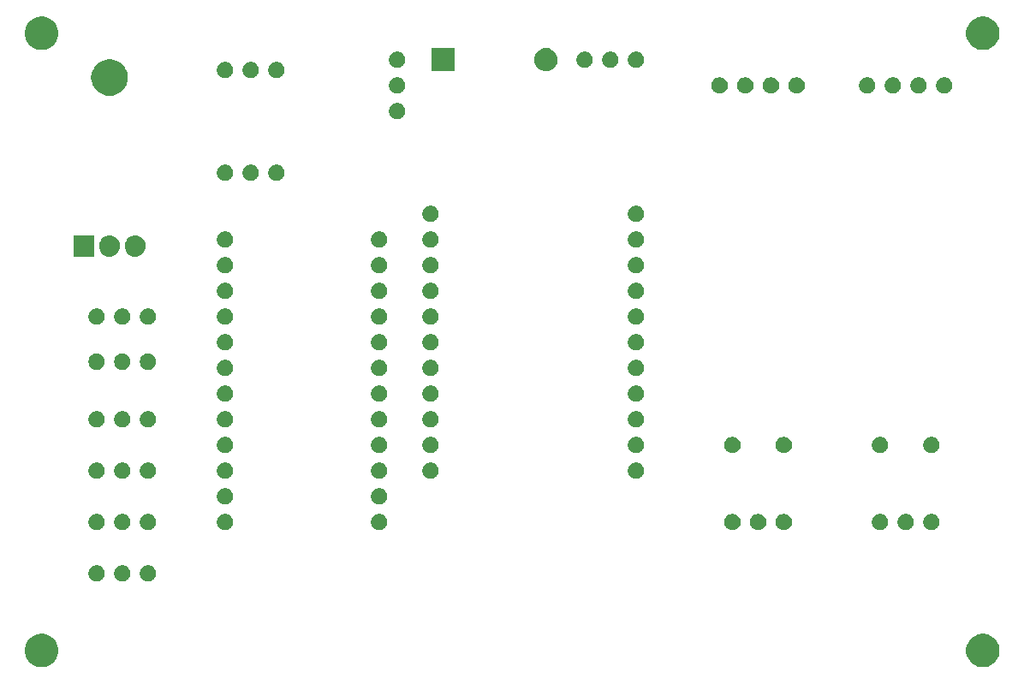
<source format=gbr>
G04 #@! TF.GenerationSoftware,KiCad,Pcbnew,(5.1.0)-1*
G04 #@! TF.CreationDate,2019-05-24T09:31:27-04:00*
G04 #@! TF.ProjectId,Tardis Board,54617264-6973-4204-926f-6172642e6b69,rev?*
G04 #@! TF.SameCoordinates,Original*
G04 #@! TF.FileFunction,Soldermask,Bot*
G04 #@! TF.FilePolarity,Negative*
%FSLAX46Y46*%
G04 Gerber Fmt 4.6, Leading zero omitted, Abs format (unit mm)*
G04 Created by KiCad (PCBNEW (5.1.0)-1) date 2019-05-24 09:31:27*
%MOMM*%
%LPD*%
G04 APERTURE LIST*
%ADD10C,0.100000*%
G04 APERTURE END LIST*
D10*
G36*
X180715256Y-102531298D02*
G01*
X180821579Y-102552447D01*
X181122042Y-102676903D01*
X181392451Y-102857585D01*
X181622415Y-103087549D01*
X181803097Y-103357958D01*
X181927553Y-103658421D01*
X181991000Y-103977391D01*
X181991000Y-104302609D01*
X181927553Y-104621579D01*
X181803097Y-104922042D01*
X181622415Y-105192451D01*
X181392451Y-105422415D01*
X181122042Y-105603097D01*
X180821579Y-105727553D01*
X180715256Y-105748702D01*
X180502611Y-105791000D01*
X180177389Y-105791000D01*
X179964744Y-105748702D01*
X179858421Y-105727553D01*
X179557958Y-105603097D01*
X179287549Y-105422415D01*
X179057585Y-105192451D01*
X178876903Y-104922042D01*
X178752447Y-104621579D01*
X178689000Y-104302609D01*
X178689000Y-103977391D01*
X178752447Y-103658421D01*
X178876903Y-103357958D01*
X179057585Y-103087549D01*
X179287549Y-102857585D01*
X179557958Y-102676903D01*
X179858421Y-102552447D01*
X179964744Y-102531298D01*
X180177389Y-102489000D01*
X180502611Y-102489000D01*
X180715256Y-102531298D01*
X180715256Y-102531298D01*
G37*
G36*
X87645256Y-102531298D02*
G01*
X87751579Y-102552447D01*
X88052042Y-102676903D01*
X88322451Y-102857585D01*
X88552415Y-103087549D01*
X88733097Y-103357958D01*
X88857553Y-103658421D01*
X88921000Y-103977391D01*
X88921000Y-104302609D01*
X88857553Y-104621579D01*
X88733097Y-104922042D01*
X88552415Y-105192451D01*
X88322451Y-105422415D01*
X88052042Y-105603097D01*
X87751579Y-105727553D01*
X87645256Y-105748702D01*
X87432611Y-105791000D01*
X87107389Y-105791000D01*
X86894744Y-105748702D01*
X86788421Y-105727553D01*
X86487958Y-105603097D01*
X86217549Y-105422415D01*
X85987585Y-105192451D01*
X85806903Y-104922042D01*
X85682447Y-104621579D01*
X85619000Y-104302609D01*
X85619000Y-103977391D01*
X85682447Y-103658421D01*
X85806903Y-103357958D01*
X85987585Y-103087549D01*
X86217549Y-102857585D01*
X86487958Y-102676903D01*
X86788421Y-102552447D01*
X86894744Y-102531298D01*
X87107389Y-102489000D01*
X87432611Y-102489000D01*
X87645256Y-102531298D01*
X87645256Y-102531298D01*
G37*
G36*
X92947142Y-95738242D02*
G01*
X93095101Y-95799529D01*
X93228255Y-95888499D01*
X93341501Y-96001745D01*
X93430471Y-96134899D01*
X93491758Y-96282858D01*
X93523000Y-96439925D01*
X93523000Y-96600075D01*
X93491758Y-96757142D01*
X93430471Y-96905101D01*
X93341501Y-97038255D01*
X93228255Y-97151501D01*
X93095101Y-97240471D01*
X92947142Y-97301758D01*
X92790075Y-97333000D01*
X92629925Y-97333000D01*
X92472858Y-97301758D01*
X92324899Y-97240471D01*
X92191745Y-97151501D01*
X92078499Y-97038255D01*
X91989529Y-96905101D01*
X91928242Y-96757142D01*
X91897000Y-96600075D01*
X91897000Y-96439925D01*
X91928242Y-96282858D01*
X91989529Y-96134899D01*
X92078499Y-96001745D01*
X92191745Y-95888499D01*
X92324899Y-95799529D01*
X92472858Y-95738242D01*
X92629925Y-95707000D01*
X92790075Y-95707000D01*
X92947142Y-95738242D01*
X92947142Y-95738242D01*
G37*
G36*
X98027142Y-95738242D02*
G01*
X98175101Y-95799529D01*
X98308255Y-95888499D01*
X98421501Y-96001745D01*
X98510471Y-96134899D01*
X98571758Y-96282858D01*
X98603000Y-96439925D01*
X98603000Y-96600075D01*
X98571758Y-96757142D01*
X98510471Y-96905101D01*
X98421501Y-97038255D01*
X98308255Y-97151501D01*
X98175101Y-97240471D01*
X98027142Y-97301758D01*
X97870075Y-97333000D01*
X97709925Y-97333000D01*
X97552858Y-97301758D01*
X97404899Y-97240471D01*
X97271745Y-97151501D01*
X97158499Y-97038255D01*
X97069529Y-96905101D01*
X97008242Y-96757142D01*
X96977000Y-96600075D01*
X96977000Y-96439925D01*
X97008242Y-96282858D01*
X97069529Y-96134899D01*
X97158499Y-96001745D01*
X97271745Y-95888499D01*
X97404899Y-95799529D01*
X97552858Y-95738242D01*
X97709925Y-95707000D01*
X97870075Y-95707000D01*
X98027142Y-95738242D01*
X98027142Y-95738242D01*
G37*
G36*
X95487142Y-95738242D02*
G01*
X95635101Y-95799529D01*
X95768255Y-95888499D01*
X95881501Y-96001745D01*
X95970471Y-96134899D01*
X96031758Y-96282858D01*
X96063000Y-96439925D01*
X96063000Y-96600075D01*
X96031758Y-96757142D01*
X95970471Y-96905101D01*
X95881501Y-97038255D01*
X95768255Y-97151501D01*
X95635101Y-97240471D01*
X95487142Y-97301758D01*
X95330075Y-97333000D01*
X95169925Y-97333000D01*
X95012858Y-97301758D01*
X94864899Y-97240471D01*
X94731745Y-97151501D01*
X94618499Y-97038255D01*
X94529529Y-96905101D01*
X94468242Y-96757142D01*
X94437000Y-96600075D01*
X94437000Y-96439925D01*
X94468242Y-96282858D01*
X94529529Y-96134899D01*
X94618499Y-96001745D01*
X94731745Y-95888499D01*
X94864899Y-95799529D01*
X95012858Y-95738242D01*
X95169925Y-95707000D01*
X95330075Y-95707000D01*
X95487142Y-95738242D01*
X95487142Y-95738242D01*
G37*
G36*
X160892142Y-90658242D02*
G01*
X161040101Y-90719529D01*
X161173255Y-90808499D01*
X161286501Y-90921745D01*
X161375471Y-91054899D01*
X161436758Y-91202858D01*
X161468000Y-91359925D01*
X161468000Y-91520075D01*
X161436758Y-91677142D01*
X161375471Y-91825101D01*
X161286501Y-91958255D01*
X161173255Y-92071501D01*
X161040101Y-92160471D01*
X160892142Y-92221758D01*
X160735075Y-92253000D01*
X160574925Y-92253000D01*
X160417858Y-92221758D01*
X160269899Y-92160471D01*
X160136745Y-92071501D01*
X160023499Y-91958255D01*
X159934529Y-91825101D01*
X159873242Y-91677142D01*
X159842000Y-91520075D01*
X159842000Y-91359925D01*
X159873242Y-91202858D01*
X159934529Y-91054899D01*
X160023499Y-90921745D01*
X160136745Y-90808499D01*
X160269899Y-90719529D01*
X160417858Y-90658242D01*
X160574925Y-90627000D01*
X160735075Y-90627000D01*
X160892142Y-90658242D01*
X160892142Y-90658242D01*
G37*
G36*
X155812142Y-90658242D02*
G01*
X155960101Y-90719529D01*
X156093255Y-90808499D01*
X156206501Y-90921745D01*
X156295471Y-91054899D01*
X156356758Y-91202858D01*
X156388000Y-91359925D01*
X156388000Y-91520075D01*
X156356758Y-91677142D01*
X156295471Y-91825101D01*
X156206501Y-91958255D01*
X156093255Y-92071501D01*
X155960101Y-92160471D01*
X155812142Y-92221758D01*
X155655075Y-92253000D01*
X155494925Y-92253000D01*
X155337858Y-92221758D01*
X155189899Y-92160471D01*
X155056745Y-92071501D01*
X154943499Y-91958255D01*
X154854529Y-91825101D01*
X154793242Y-91677142D01*
X154762000Y-91520075D01*
X154762000Y-91359925D01*
X154793242Y-91202858D01*
X154854529Y-91054899D01*
X154943499Y-90921745D01*
X155056745Y-90808499D01*
X155189899Y-90719529D01*
X155337858Y-90658242D01*
X155494925Y-90627000D01*
X155655075Y-90627000D01*
X155812142Y-90658242D01*
X155812142Y-90658242D01*
G37*
G36*
X95487142Y-90658242D02*
G01*
X95635101Y-90719529D01*
X95768255Y-90808499D01*
X95881501Y-90921745D01*
X95970471Y-91054899D01*
X96031758Y-91202858D01*
X96063000Y-91359925D01*
X96063000Y-91520075D01*
X96031758Y-91677142D01*
X95970471Y-91825101D01*
X95881501Y-91958255D01*
X95768255Y-92071501D01*
X95635101Y-92160471D01*
X95487142Y-92221758D01*
X95330075Y-92253000D01*
X95169925Y-92253000D01*
X95012858Y-92221758D01*
X94864899Y-92160471D01*
X94731745Y-92071501D01*
X94618499Y-91958255D01*
X94529529Y-91825101D01*
X94468242Y-91677142D01*
X94437000Y-91520075D01*
X94437000Y-91359925D01*
X94468242Y-91202858D01*
X94529529Y-91054899D01*
X94618499Y-90921745D01*
X94731745Y-90808499D01*
X94864899Y-90719529D01*
X95012858Y-90658242D01*
X95169925Y-90627000D01*
X95330075Y-90627000D01*
X95487142Y-90658242D01*
X95487142Y-90658242D01*
G37*
G36*
X120887142Y-90658242D02*
G01*
X121035101Y-90719529D01*
X121168255Y-90808499D01*
X121281501Y-90921745D01*
X121370471Y-91054899D01*
X121431758Y-91202858D01*
X121463000Y-91359925D01*
X121463000Y-91520075D01*
X121431758Y-91677142D01*
X121370471Y-91825101D01*
X121281501Y-91958255D01*
X121168255Y-92071501D01*
X121035101Y-92160471D01*
X120887142Y-92221758D01*
X120730075Y-92253000D01*
X120569925Y-92253000D01*
X120412858Y-92221758D01*
X120264899Y-92160471D01*
X120131745Y-92071501D01*
X120018499Y-91958255D01*
X119929529Y-91825101D01*
X119868242Y-91677142D01*
X119837000Y-91520075D01*
X119837000Y-91359925D01*
X119868242Y-91202858D01*
X119929529Y-91054899D01*
X120018499Y-90921745D01*
X120131745Y-90808499D01*
X120264899Y-90719529D01*
X120412858Y-90658242D01*
X120569925Y-90627000D01*
X120730075Y-90627000D01*
X120887142Y-90658242D01*
X120887142Y-90658242D01*
G37*
G36*
X105647142Y-90658242D02*
G01*
X105795101Y-90719529D01*
X105928255Y-90808499D01*
X106041501Y-90921745D01*
X106130471Y-91054899D01*
X106191758Y-91202858D01*
X106223000Y-91359925D01*
X106223000Y-91520075D01*
X106191758Y-91677142D01*
X106130471Y-91825101D01*
X106041501Y-91958255D01*
X105928255Y-92071501D01*
X105795101Y-92160471D01*
X105647142Y-92221758D01*
X105490075Y-92253000D01*
X105329925Y-92253000D01*
X105172858Y-92221758D01*
X105024899Y-92160471D01*
X104891745Y-92071501D01*
X104778499Y-91958255D01*
X104689529Y-91825101D01*
X104628242Y-91677142D01*
X104597000Y-91520075D01*
X104597000Y-91359925D01*
X104628242Y-91202858D01*
X104689529Y-91054899D01*
X104778499Y-90921745D01*
X104891745Y-90808499D01*
X105024899Y-90719529D01*
X105172858Y-90658242D01*
X105329925Y-90627000D01*
X105490075Y-90627000D01*
X105647142Y-90658242D01*
X105647142Y-90658242D01*
G37*
G36*
X98027142Y-90658242D02*
G01*
X98175101Y-90719529D01*
X98308255Y-90808499D01*
X98421501Y-90921745D01*
X98510471Y-91054899D01*
X98571758Y-91202858D01*
X98603000Y-91359925D01*
X98603000Y-91520075D01*
X98571758Y-91677142D01*
X98510471Y-91825101D01*
X98421501Y-91958255D01*
X98308255Y-92071501D01*
X98175101Y-92160471D01*
X98027142Y-92221758D01*
X97870075Y-92253000D01*
X97709925Y-92253000D01*
X97552858Y-92221758D01*
X97404899Y-92160471D01*
X97271745Y-92071501D01*
X97158499Y-91958255D01*
X97069529Y-91825101D01*
X97008242Y-91677142D01*
X96977000Y-91520075D01*
X96977000Y-91359925D01*
X97008242Y-91202858D01*
X97069529Y-91054899D01*
X97158499Y-90921745D01*
X97271745Y-90808499D01*
X97404899Y-90719529D01*
X97552858Y-90658242D01*
X97709925Y-90627000D01*
X97870075Y-90627000D01*
X98027142Y-90658242D01*
X98027142Y-90658242D01*
G37*
G36*
X170417142Y-90658242D02*
G01*
X170565101Y-90719529D01*
X170698255Y-90808499D01*
X170811501Y-90921745D01*
X170900471Y-91054899D01*
X170961758Y-91202858D01*
X170993000Y-91359925D01*
X170993000Y-91520075D01*
X170961758Y-91677142D01*
X170900471Y-91825101D01*
X170811501Y-91958255D01*
X170698255Y-92071501D01*
X170565101Y-92160471D01*
X170417142Y-92221758D01*
X170260075Y-92253000D01*
X170099925Y-92253000D01*
X169942858Y-92221758D01*
X169794899Y-92160471D01*
X169661745Y-92071501D01*
X169548499Y-91958255D01*
X169459529Y-91825101D01*
X169398242Y-91677142D01*
X169367000Y-91520075D01*
X169367000Y-91359925D01*
X169398242Y-91202858D01*
X169459529Y-91054899D01*
X169548499Y-90921745D01*
X169661745Y-90808499D01*
X169794899Y-90719529D01*
X169942858Y-90658242D01*
X170099925Y-90627000D01*
X170260075Y-90627000D01*
X170417142Y-90658242D01*
X170417142Y-90658242D01*
G37*
G36*
X175497142Y-90658242D02*
G01*
X175645101Y-90719529D01*
X175778255Y-90808499D01*
X175891501Y-90921745D01*
X175980471Y-91054899D01*
X176041758Y-91202858D01*
X176073000Y-91359925D01*
X176073000Y-91520075D01*
X176041758Y-91677142D01*
X175980471Y-91825101D01*
X175891501Y-91958255D01*
X175778255Y-92071501D01*
X175645101Y-92160471D01*
X175497142Y-92221758D01*
X175340075Y-92253000D01*
X175179925Y-92253000D01*
X175022858Y-92221758D01*
X174874899Y-92160471D01*
X174741745Y-92071501D01*
X174628499Y-91958255D01*
X174539529Y-91825101D01*
X174478242Y-91677142D01*
X174447000Y-91520075D01*
X174447000Y-91359925D01*
X174478242Y-91202858D01*
X174539529Y-91054899D01*
X174628499Y-90921745D01*
X174741745Y-90808499D01*
X174874899Y-90719529D01*
X175022858Y-90658242D01*
X175179925Y-90627000D01*
X175340075Y-90627000D01*
X175497142Y-90658242D01*
X175497142Y-90658242D01*
G37*
G36*
X172957142Y-90658242D02*
G01*
X173105101Y-90719529D01*
X173238255Y-90808499D01*
X173351501Y-90921745D01*
X173440471Y-91054899D01*
X173501758Y-91202858D01*
X173533000Y-91359925D01*
X173533000Y-91520075D01*
X173501758Y-91677142D01*
X173440471Y-91825101D01*
X173351501Y-91958255D01*
X173238255Y-92071501D01*
X173105101Y-92160471D01*
X172957142Y-92221758D01*
X172800075Y-92253000D01*
X172639925Y-92253000D01*
X172482858Y-92221758D01*
X172334899Y-92160471D01*
X172201745Y-92071501D01*
X172088499Y-91958255D01*
X171999529Y-91825101D01*
X171938242Y-91677142D01*
X171907000Y-91520075D01*
X171907000Y-91359925D01*
X171938242Y-91202858D01*
X171999529Y-91054899D01*
X172088499Y-90921745D01*
X172201745Y-90808499D01*
X172334899Y-90719529D01*
X172482858Y-90658242D01*
X172639925Y-90627000D01*
X172800075Y-90627000D01*
X172957142Y-90658242D01*
X172957142Y-90658242D01*
G37*
G36*
X158352142Y-90658242D02*
G01*
X158500101Y-90719529D01*
X158633255Y-90808499D01*
X158746501Y-90921745D01*
X158835471Y-91054899D01*
X158896758Y-91202858D01*
X158928000Y-91359925D01*
X158928000Y-91520075D01*
X158896758Y-91677142D01*
X158835471Y-91825101D01*
X158746501Y-91958255D01*
X158633255Y-92071501D01*
X158500101Y-92160471D01*
X158352142Y-92221758D01*
X158195075Y-92253000D01*
X158034925Y-92253000D01*
X157877858Y-92221758D01*
X157729899Y-92160471D01*
X157596745Y-92071501D01*
X157483499Y-91958255D01*
X157394529Y-91825101D01*
X157333242Y-91677142D01*
X157302000Y-91520075D01*
X157302000Y-91359925D01*
X157333242Y-91202858D01*
X157394529Y-91054899D01*
X157483499Y-90921745D01*
X157596745Y-90808499D01*
X157729899Y-90719529D01*
X157877858Y-90658242D01*
X158034925Y-90627000D01*
X158195075Y-90627000D01*
X158352142Y-90658242D01*
X158352142Y-90658242D01*
G37*
G36*
X92947142Y-90658242D02*
G01*
X93095101Y-90719529D01*
X93228255Y-90808499D01*
X93341501Y-90921745D01*
X93430471Y-91054899D01*
X93491758Y-91202858D01*
X93523000Y-91359925D01*
X93523000Y-91520075D01*
X93491758Y-91677142D01*
X93430471Y-91825101D01*
X93341501Y-91958255D01*
X93228255Y-92071501D01*
X93095101Y-92160471D01*
X92947142Y-92221758D01*
X92790075Y-92253000D01*
X92629925Y-92253000D01*
X92472858Y-92221758D01*
X92324899Y-92160471D01*
X92191745Y-92071501D01*
X92078499Y-91958255D01*
X91989529Y-91825101D01*
X91928242Y-91677142D01*
X91897000Y-91520075D01*
X91897000Y-91359925D01*
X91928242Y-91202858D01*
X91989529Y-91054899D01*
X92078499Y-90921745D01*
X92191745Y-90808499D01*
X92324899Y-90719529D01*
X92472858Y-90658242D01*
X92629925Y-90627000D01*
X92790075Y-90627000D01*
X92947142Y-90658242D01*
X92947142Y-90658242D01*
G37*
G36*
X105647142Y-88118242D02*
G01*
X105795101Y-88179529D01*
X105928255Y-88268499D01*
X106041501Y-88381745D01*
X106130471Y-88514899D01*
X106191758Y-88662858D01*
X106223000Y-88819925D01*
X106223000Y-88980075D01*
X106191758Y-89137142D01*
X106130471Y-89285101D01*
X106041501Y-89418255D01*
X105928255Y-89531501D01*
X105795101Y-89620471D01*
X105647142Y-89681758D01*
X105490075Y-89713000D01*
X105329925Y-89713000D01*
X105172858Y-89681758D01*
X105024899Y-89620471D01*
X104891745Y-89531501D01*
X104778499Y-89418255D01*
X104689529Y-89285101D01*
X104628242Y-89137142D01*
X104597000Y-88980075D01*
X104597000Y-88819925D01*
X104628242Y-88662858D01*
X104689529Y-88514899D01*
X104778499Y-88381745D01*
X104891745Y-88268499D01*
X105024899Y-88179529D01*
X105172858Y-88118242D01*
X105329925Y-88087000D01*
X105490075Y-88087000D01*
X105647142Y-88118242D01*
X105647142Y-88118242D01*
G37*
G36*
X120887142Y-88118242D02*
G01*
X121035101Y-88179529D01*
X121168255Y-88268499D01*
X121281501Y-88381745D01*
X121370471Y-88514899D01*
X121431758Y-88662858D01*
X121463000Y-88819925D01*
X121463000Y-88980075D01*
X121431758Y-89137142D01*
X121370471Y-89285101D01*
X121281501Y-89418255D01*
X121168255Y-89531501D01*
X121035101Y-89620471D01*
X120887142Y-89681758D01*
X120730075Y-89713000D01*
X120569925Y-89713000D01*
X120412858Y-89681758D01*
X120264899Y-89620471D01*
X120131745Y-89531501D01*
X120018499Y-89418255D01*
X119929529Y-89285101D01*
X119868242Y-89137142D01*
X119837000Y-88980075D01*
X119837000Y-88819925D01*
X119868242Y-88662858D01*
X119929529Y-88514899D01*
X120018499Y-88381745D01*
X120131745Y-88268499D01*
X120264899Y-88179529D01*
X120412858Y-88118242D01*
X120569925Y-88087000D01*
X120730075Y-88087000D01*
X120887142Y-88118242D01*
X120887142Y-88118242D01*
G37*
G36*
X92947142Y-85578242D02*
G01*
X93095101Y-85639529D01*
X93228255Y-85728499D01*
X93341501Y-85841745D01*
X93430471Y-85974899D01*
X93491758Y-86122858D01*
X93523000Y-86279925D01*
X93523000Y-86440075D01*
X93491758Y-86597142D01*
X93430471Y-86745101D01*
X93341501Y-86878255D01*
X93228255Y-86991501D01*
X93095101Y-87080471D01*
X92947142Y-87141758D01*
X92790075Y-87173000D01*
X92629925Y-87173000D01*
X92472858Y-87141758D01*
X92324899Y-87080471D01*
X92191745Y-86991501D01*
X92078499Y-86878255D01*
X91989529Y-86745101D01*
X91928242Y-86597142D01*
X91897000Y-86440075D01*
X91897000Y-86279925D01*
X91928242Y-86122858D01*
X91989529Y-85974899D01*
X92078499Y-85841745D01*
X92191745Y-85728499D01*
X92324899Y-85639529D01*
X92472858Y-85578242D01*
X92629925Y-85547000D01*
X92790075Y-85547000D01*
X92947142Y-85578242D01*
X92947142Y-85578242D01*
G37*
G36*
X120887142Y-85578242D02*
G01*
X121035101Y-85639529D01*
X121168255Y-85728499D01*
X121281501Y-85841745D01*
X121370471Y-85974899D01*
X121431758Y-86122858D01*
X121463000Y-86279925D01*
X121463000Y-86440075D01*
X121431758Y-86597142D01*
X121370471Y-86745101D01*
X121281501Y-86878255D01*
X121168255Y-86991501D01*
X121035101Y-87080471D01*
X120887142Y-87141758D01*
X120730075Y-87173000D01*
X120569925Y-87173000D01*
X120412858Y-87141758D01*
X120264899Y-87080471D01*
X120131745Y-86991501D01*
X120018499Y-86878255D01*
X119929529Y-86745101D01*
X119868242Y-86597142D01*
X119837000Y-86440075D01*
X119837000Y-86279925D01*
X119868242Y-86122858D01*
X119929529Y-85974899D01*
X120018499Y-85841745D01*
X120131745Y-85728499D01*
X120264899Y-85639529D01*
X120412858Y-85578242D01*
X120569925Y-85547000D01*
X120730075Y-85547000D01*
X120887142Y-85578242D01*
X120887142Y-85578242D01*
G37*
G36*
X125967142Y-85578242D02*
G01*
X126115101Y-85639529D01*
X126248255Y-85728499D01*
X126361501Y-85841745D01*
X126450471Y-85974899D01*
X126511758Y-86122858D01*
X126543000Y-86279925D01*
X126543000Y-86440075D01*
X126511758Y-86597142D01*
X126450471Y-86745101D01*
X126361501Y-86878255D01*
X126248255Y-86991501D01*
X126115101Y-87080471D01*
X125967142Y-87141758D01*
X125810075Y-87173000D01*
X125649925Y-87173000D01*
X125492858Y-87141758D01*
X125344899Y-87080471D01*
X125211745Y-86991501D01*
X125098499Y-86878255D01*
X125009529Y-86745101D01*
X124948242Y-86597142D01*
X124917000Y-86440075D01*
X124917000Y-86279925D01*
X124948242Y-86122858D01*
X125009529Y-85974899D01*
X125098499Y-85841745D01*
X125211745Y-85728499D01*
X125344899Y-85639529D01*
X125492858Y-85578242D01*
X125649925Y-85547000D01*
X125810075Y-85547000D01*
X125967142Y-85578242D01*
X125967142Y-85578242D01*
G37*
G36*
X146287142Y-85578242D02*
G01*
X146435101Y-85639529D01*
X146568255Y-85728499D01*
X146681501Y-85841745D01*
X146770471Y-85974899D01*
X146831758Y-86122858D01*
X146863000Y-86279925D01*
X146863000Y-86440075D01*
X146831758Y-86597142D01*
X146770471Y-86745101D01*
X146681501Y-86878255D01*
X146568255Y-86991501D01*
X146435101Y-87080471D01*
X146287142Y-87141758D01*
X146130075Y-87173000D01*
X145969925Y-87173000D01*
X145812858Y-87141758D01*
X145664899Y-87080471D01*
X145531745Y-86991501D01*
X145418499Y-86878255D01*
X145329529Y-86745101D01*
X145268242Y-86597142D01*
X145237000Y-86440075D01*
X145237000Y-86279925D01*
X145268242Y-86122858D01*
X145329529Y-85974899D01*
X145418499Y-85841745D01*
X145531745Y-85728499D01*
X145664899Y-85639529D01*
X145812858Y-85578242D01*
X145969925Y-85547000D01*
X146130075Y-85547000D01*
X146287142Y-85578242D01*
X146287142Y-85578242D01*
G37*
G36*
X95487142Y-85578242D02*
G01*
X95635101Y-85639529D01*
X95768255Y-85728499D01*
X95881501Y-85841745D01*
X95970471Y-85974899D01*
X96031758Y-86122858D01*
X96063000Y-86279925D01*
X96063000Y-86440075D01*
X96031758Y-86597142D01*
X95970471Y-86745101D01*
X95881501Y-86878255D01*
X95768255Y-86991501D01*
X95635101Y-87080471D01*
X95487142Y-87141758D01*
X95330075Y-87173000D01*
X95169925Y-87173000D01*
X95012858Y-87141758D01*
X94864899Y-87080471D01*
X94731745Y-86991501D01*
X94618499Y-86878255D01*
X94529529Y-86745101D01*
X94468242Y-86597142D01*
X94437000Y-86440075D01*
X94437000Y-86279925D01*
X94468242Y-86122858D01*
X94529529Y-85974899D01*
X94618499Y-85841745D01*
X94731745Y-85728499D01*
X94864899Y-85639529D01*
X95012858Y-85578242D01*
X95169925Y-85547000D01*
X95330075Y-85547000D01*
X95487142Y-85578242D01*
X95487142Y-85578242D01*
G37*
G36*
X98027142Y-85578242D02*
G01*
X98175101Y-85639529D01*
X98308255Y-85728499D01*
X98421501Y-85841745D01*
X98510471Y-85974899D01*
X98571758Y-86122858D01*
X98603000Y-86279925D01*
X98603000Y-86440075D01*
X98571758Y-86597142D01*
X98510471Y-86745101D01*
X98421501Y-86878255D01*
X98308255Y-86991501D01*
X98175101Y-87080471D01*
X98027142Y-87141758D01*
X97870075Y-87173000D01*
X97709925Y-87173000D01*
X97552858Y-87141758D01*
X97404899Y-87080471D01*
X97271745Y-86991501D01*
X97158499Y-86878255D01*
X97069529Y-86745101D01*
X97008242Y-86597142D01*
X96977000Y-86440075D01*
X96977000Y-86279925D01*
X97008242Y-86122858D01*
X97069529Y-85974899D01*
X97158499Y-85841745D01*
X97271745Y-85728499D01*
X97404899Y-85639529D01*
X97552858Y-85578242D01*
X97709925Y-85547000D01*
X97870075Y-85547000D01*
X98027142Y-85578242D01*
X98027142Y-85578242D01*
G37*
G36*
X105647142Y-85578242D02*
G01*
X105795101Y-85639529D01*
X105928255Y-85728499D01*
X106041501Y-85841745D01*
X106130471Y-85974899D01*
X106191758Y-86122858D01*
X106223000Y-86279925D01*
X106223000Y-86440075D01*
X106191758Y-86597142D01*
X106130471Y-86745101D01*
X106041501Y-86878255D01*
X105928255Y-86991501D01*
X105795101Y-87080471D01*
X105647142Y-87141758D01*
X105490075Y-87173000D01*
X105329925Y-87173000D01*
X105172858Y-87141758D01*
X105024899Y-87080471D01*
X104891745Y-86991501D01*
X104778499Y-86878255D01*
X104689529Y-86745101D01*
X104628242Y-86597142D01*
X104597000Y-86440075D01*
X104597000Y-86279925D01*
X104628242Y-86122858D01*
X104689529Y-85974899D01*
X104778499Y-85841745D01*
X104891745Y-85728499D01*
X105024899Y-85639529D01*
X105172858Y-85578242D01*
X105329925Y-85547000D01*
X105490075Y-85547000D01*
X105647142Y-85578242D01*
X105647142Y-85578242D01*
G37*
G36*
X170417142Y-83038242D02*
G01*
X170565101Y-83099529D01*
X170698255Y-83188499D01*
X170811501Y-83301745D01*
X170900471Y-83434899D01*
X170961758Y-83582858D01*
X170993000Y-83739925D01*
X170993000Y-83900075D01*
X170961758Y-84057142D01*
X170900471Y-84205101D01*
X170811501Y-84338255D01*
X170698255Y-84451501D01*
X170565101Y-84540471D01*
X170417142Y-84601758D01*
X170260075Y-84633000D01*
X170099925Y-84633000D01*
X169942858Y-84601758D01*
X169794899Y-84540471D01*
X169661745Y-84451501D01*
X169548499Y-84338255D01*
X169459529Y-84205101D01*
X169398242Y-84057142D01*
X169367000Y-83900075D01*
X169367000Y-83739925D01*
X169398242Y-83582858D01*
X169459529Y-83434899D01*
X169548499Y-83301745D01*
X169661745Y-83188499D01*
X169794899Y-83099529D01*
X169942858Y-83038242D01*
X170099925Y-83007000D01*
X170260075Y-83007000D01*
X170417142Y-83038242D01*
X170417142Y-83038242D01*
G37*
G36*
X120887142Y-83038242D02*
G01*
X121035101Y-83099529D01*
X121168255Y-83188499D01*
X121281501Y-83301745D01*
X121370471Y-83434899D01*
X121431758Y-83582858D01*
X121463000Y-83739925D01*
X121463000Y-83900075D01*
X121431758Y-84057142D01*
X121370471Y-84205101D01*
X121281501Y-84338255D01*
X121168255Y-84451501D01*
X121035101Y-84540471D01*
X120887142Y-84601758D01*
X120730075Y-84633000D01*
X120569925Y-84633000D01*
X120412858Y-84601758D01*
X120264899Y-84540471D01*
X120131745Y-84451501D01*
X120018499Y-84338255D01*
X119929529Y-84205101D01*
X119868242Y-84057142D01*
X119837000Y-83900075D01*
X119837000Y-83739925D01*
X119868242Y-83582858D01*
X119929529Y-83434899D01*
X120018499Y-83301745D01*
X120131745Y-83188499D01*
X120264899Y-83099529D01*
X120412858Y-83038242D01*
X120569925Y-83007000D01*
X120730075Y-83007000D01*
X120887142Y-83038242D01*
X120887142Y-83038242D01*
G37*
G36*
X155812142Y-83038242D02*
G01*
X155960101Y-83099529D01*
X156093255Y-83188499D01*
X156206501Y-83301745D01*
X156295471Y-83434899D01*
X156356758Y-83582858D01*
X156388000Y-83739925D01*
X156388000Y-83900075D01*
X156356758Y-84057142D01*
X156295471Y-84205101D01*
X156206501Y-84338255D01*
X156093255Y-84451501D01*
X155960101Y-84540471D01*
X155812142Y-84601758D01*
X155655075Y-84633000D01*
X155494925Y-84633000D01*
X155337858Y-84601758D01*
X155189899Y-84540471D01*
X155056745Y-84451501D01*
X154943499Y-84338255D01*
X154854529Y-84205101D01*
X154793242Y-84057142D01*
X154762000Y-83900075D01*
X154762000Y-83739925D01*
X154793242Y-83582858D01*
X154854529Y-83434899D01*
X154943499Y-83301745D01*
X155056745Y-83188499D01*
X155189899Y-83099529D01*
X155337858Y-83038242D01*
X155494925Y-83007000D01*
X155655075Y-83007000D01*
X155812142Y-83038242D01*
X155812142Y-83038242D01*
G37*
G36*
X105647142Y-83038242D02*
G01*
X105795101Y-83099529D01*
X105928255Y-83188499D01*
X106041501Y-83301745D01*
X106130471Y-83434899D01*
X106191758Y-83582858D01*
X106223000Y-83739925D01*
X106223000Y-83900075D01*
X106191758Y-84057142D01*
X106130471Y-84205101D01*
X106041501Y-84338255D01*
X105928255Y-84451501D01*
X105795101Y-84540471D01*
X105647142Y-84601758D01*
X105490075Y-84633000D01*
X105329925Y-84633000D01*
X105172858Y-84601758D01*
X105024899Y-84540471D01*
X104891745Y-84451501D01*
X104778499Y-84338255D01*
X104689529Y-84205101D01*
X104628242Y-84057142D01*
X104597000Y-83900075D01*
X104597000Y-83739925D01*
X104628242Y-83582858D01*
X104689529Y-83434899D01*
X104778499Y-83301745D01*
X104891745Y-83188499D01*
X105024899Y-83099529D01*
X105172858Y-83038242D01*
X105329925Y-83007000D01*
X105490075Y-83007000D01*
X105647142Y-83038242D01*
X105647142Y-83038242D01*
G37*
G36*
X146287142Y-83038242D02*
G01*
X146435101Y-83099529D01*
X146568255Y-83188499D01*
X146681501Y-83301745D01*
X146770471Y-83434899D01*
X146831758Y-83582858D01*
X146863000Y-83739925D01*
X146863000Y-83900075D01*
X146831758Y-84057142D01*
X146770471Y-84205101D01*
X146681501Y-84338255D01*
X146568255Y-84451501D01*
X146435101Y-84540471D01*
X146287142Y-84601758D01*
X146130075Y-84633000D01*
X145969925Y-84633000D01*
X145812858Y-84601758D01*
X145664899Y-84540471D01*
X145531745Y-84451501D01*
X145418499Y-84338255D01*
X145329529Y-84205101D01*
X145268242Y-84057142D01*
X145237000Y-83900075D01*
X145237000Y-83739925D01*
X145268242Y-83582858D01*
X145329529Y-83434899D01*
X145418499Y-83301745D01*
X145531745Y-83188499D01*
X145664899Y-83099529D01*
X145812858Y-83038242D01*
X145969925Y-83007000D01*
X146130075Y-83007000D01*
X146287142Y-83038242D01*
X146287142Y-83038242D01*
G37*
G36*
X160892142Y-83038242D02*
G01*
X161040101Y-83099529D01*
X161173255Y-83188499D01*
X161286501Y-83301745D01*
X161375471Y-83434899D01*
X161436758Y-83582858D01*
X161468000Y-83739925D01*
X161468000Y-83900075D01*
X161436758Y-84057142D01*
X161375471Y-84205101D01*
X161286501Y-84338255D01*
X161173255Y-84451501D01*
X161040101Y-84540471D01*
X160892142Y-84601758D01*
X160735075Y-84633000D01*
X160574925Y-84633000D01*
X160417858Y-84601758D01*
X160269899Y-84540471D01*
X160136745Y-84451501D01*
X160023499Y-84338255D01*
X159934529Y-84205101D01*
X159873242Y-84057142D01*
X159842000Y-83900075D01*
X159842000Y-83739925D01*
X159873242Y-83582858D01*
X159934529Y-83434899D01*
X160023499Y-83301745D01*
X160136745Y-83188499D01*
X160269899Y-83099529D01*
X160417858Y-83038242D01*
X160574925Y-83007000D01*
X160735075Y-83007000D01*
X160892142Y-83038242D01*
X160892142Y-83038242D01*
G37*
G36*
X125967142Y-83038242D02*
G01*
X126115101Y-83099529D01*
X126248255Y-83188499D01*
X126361501Y-83301745D01*
X126450471Y-83434899D01*
X126511758Y-83582858D01*
X126543000Y-83739925D01*
X126543000Y-83900075D01*
X126511758Y-84057142D01*
X126450471Y-84205101D01*
X126361501Y-84338255D01*
X126248255Y-84451501D01*
X126115101Y-84540471D01*
X125967142Y-84601758D01*
X125810075Y-84633000D01*
X125649925Y-84633000D01*
X125492858Y-84601758D01*
X125344899Y-84540471D01*
X125211745Y-84451501D01*
X125098499Y-84338255D01*
X125009529Y-84205101D01*
X124948242Y-84057142D01*
X124917000Y-83900075D01*
X124917000Y-83739925D01*
X124948242Y-83582858D01*
X125009529Y-83434899D01*
X125098499Y-83301745D01*
X125211745Y-83188499D01*
X125344899Y-83099529D01*
X125492858Y-83038242D01*
X125649925Y-83007000D01*
X125810075Y-83007000D01*
X125967142Y-83038242D01*
X125967142Y-83038242D01*
G37*
G36*
X175497142Y-83038242D02*
G01*
X175645101Y-83099529D01*
X175778255Y-83188499D01*
X175891501Y-83301745D01*
X175980471Y-83434899D01*
X176041758Y-83582858D01*
X176073000Y-83739925D01*
X176073000Y-83900075D01*
X176041758Y-84057142D01*
X175980471Y-84205101D01*
X175891501Y-84338255D01*
X175778255Y-84451501D01*
X175645101Y-84540471D01*
X175497142Y-84601758D01*
X175340075Y-84633000D01*
X175179925Y-84633000D01*
X175022858Y-84601758D01*
X174874899Y-84540471D01*
X174741745Y-84451501D01*
X174628499Y-84338255D01*
X174539529Y-84205101D01*
X174478242Y-84057142D01*
X174447000Y-83900075D01*
X174447000Y-83739925D01*
X174478242Y-83582858D01*
X174539529Y-83434899D01*
X174628499Y-83301745D01*
X174741745Y-83188499D01*
X174874899Y-83099529D01*
X175022858Y-83038242D01*
X175179925Y-83007000D01*
X175340075Y-83007000D01*
X175497142Y-83038242D01*
X175497142Y-83038242D01*
G37*
G36*
X95487142Y-80498242D02*
G01*
X95635101Y-80559529D01*
X95768255Y-80648499D01*
X95881501Y-80761745D01*
X95970471Y-80894899D01*
X96031758Y-81042858D01*
X96063000Y-81199925D01*
X96063000Y-81360075D01*
X96031758Y-81517142D01*
X95970471Y-81665101D01*
X95881501Y-81798255D01*
X95768255Y-81911501D01*
X95635101Y-82000471D01*
X95487142Y-82061758D01*
X95330075Y-82093000D01*
X95169925Y-82093000D01*
X95012858Y-82061758D01*
X94864899Y-82000471D01*
X94731745Y-81911501D01*
X94618499Y-81798255D01*
X94529529Y-81665101D01*
X94468242Y-81517142D01*
X94437000Y-81360075D01*
X94437000Y-81199925D01*
X94468242Y-81042858D01*
X94529529Y-80894899D01*
X94618499Y-80761745D01*
X94731745Y-80648499D01*
X94864899Y-80559529D01*
X95012858Y-80498242D01*
X95169925Y-80467000D01*
X95330075Y-80467000D01*
X95487142Y-80498242D01*
X95487142Y-80498242D01*
G37*
G36*
X125967142Y-80498242D02*
G01*
X126115101Y-80559529D01*
X126248255Y-80648499D01*
X126361501Y-80761745D01*
X126450471Y-80894899D01*
X126511758Y-81042858D01*
X126543000Y-81199925D01*
X126543000Y-81360075D01*
X126511758Y-81517142D01*
X126450471Y-81665101D01*
X126361501Y-81798255D01*
X126248255Y-81911501D01*
X126115101Y-82000471D01*
X125967142Y-82061758D01*
X125810075Y-82093000D01*
X125649925Y-82093000D01*
X125492858Y-82061758D01*
X125344899Y-82000471D01*
X125211745Y-81911501D01*
X125098499Y-81798255D01*
X125009529Y-81665101D01*
X124948242Y-81517142D01*
X124917000Y-81360075D01*
X124917000Y-81199925D01*
X124948242Y-81042858D01*
X125009529Y-80894899D01*
X125098499Y-80761745D01*
X125211745Y-80648499D01*
X125344899Y-80559529D01*
X125492858Y-80498242D01*
X125649925Y-80467000D01*
X125810075Y-80467000D01*
X125967142Y-80498242D01*
X125967142Y-80498242D01*
G37*
G36*
X146287142Y-80498242D02*
G01*
X146435101Y-80559529D01*
X146568255Y-80648499D01*
X146681501Y-80761745D01*
X146770471Y-80894899D01*
X146831758Y-81042858D01*
X146863000Y-81199925D01*
X146863000Y-81360075D01*
X146831758Y-81517142D01*
X146770471Y-81665101D01*
X146681501Y-81798255D01*
X146568255Y-81911501D01*
X146435101Y-82000471D01*
X146287142Y-82061758D01*
X146130075Y-82093000D01*
X145969925Y-82093000D01*
X145812858Y-82061758D01*
X145664899Y-82000471D01*
X145531745Y-81911501D01*
X145418499Y-81798255D01*
X145329529Y-81665101D01*
X145268242Y-81517142D01*
X145237000Y-81360075D01*
X145237000Y-81199925D01*
X145268242Y-81042858D01*
X145329529Y-80894899D01*
X145418499Y-80761745D01*
X145531745Y-80648499D01*
X145664899Y-80559529D01*
X145812858Y-80498242D01*
X145969925Y-80467000D01*
X146130075Y-80467000D01*
X146287142Y-80498242D01*
X146287142Y-80498242D01*
G37*
G36*
X105647142Y-80498242D02*
G01*
X105795101Y-80559529D01*
X105928255Y-80648499D01*
X106041501Y-80761745D01*
X106130471Y-80894899D01*
X106191758Y-81042858D01*
X106223000Y-81199925D01*
X106223000Y-81360075D01*
X106191758Y-81517142D01*
X106130471Y-81665101D01*
X106041501Y-81798255D01*
X105928255Y-81911501D01*
X105795101Y-82000471D01*
X105647142Y-82061758D01*
X105490075Y-82093000D01*
X105329925Y-82093000D01*
X105172858Y-82061758D01*
X105024899Y-82000471D01*
X104891745Y-81911501D01*
X104778499Y-81798255D01*
X104689529Y-81665101D01*
X104628242Y-81517142D01*
X104597000Y-81360075D01*
X104597000Y-81199925D01*
X104628242Y-81042858D01*
X104689529Y-80894899D01*
X104778499Y-80761745D01*
X104891745Y-80648499D01*
X105024899Y-80559529D01*
X105172858Y-80498242D01*
X105329925Y-80467000D01*
X105490075Y-80467000D01*
X105647142Y-80498242D01*
X105647142Y-80498242D01*
G37*
G36*
X98027142Y-80498242D02*
G01*
X98175101Y-80559529D01*
X98308255Y-80648499D01*
X98421501Y-80761745D01*
X98510471Y-80894899D01*
X98571758Y-81042858D01*
X98603000Y-81199925D01*
X98603000Y-81360075D01*
X98571758Y-81517142D01*
X98510471Y-81665101D01*
X98421501Y-81798255D01*
X98308255Y-81911501D01*
X98175101Y-82000471D01*
X98027142Y-82061758D01*
X97870075Y-82093000D01*
X97709925Y-82093000D01*
X97552858Y-82061758D01*
X97404899Y-82000471D01*
X97271745Y-81911501D01*
X97158499Y-81798255D01*
X97069529Y-81665101D01*
X97008242Y-81517142D01*
X96977000Y-81360075D01*
X96977000Y-81199925D01*
X97008242Y-81042858D01*
X97069529Y-80894899D01*
X97158499Y-80761745D01*
X97271745Y-80648499D01*
X97404899Y-80559529D01*
X97552858Y-80498242D01*
X97709925Y-80467000D01*
X97870075Y-80467000D01*
X98027142Y-80498242D01*
X98027142Y-80498242D01*
G37*
G36*
X92947142Y-80498242D02*
G01*
X93095101Y-80559529D01*
X93228255Y-80648499D01*
X93341501Y-80761745D01*
X93430471Y-80894899D01*
X93491758Y-81042858D01*
X93523000Y-81199925D01*
X93523000Y-81360075D01*
X93491758Y-81517142D01*
X93430471Y-81665101D01*
X93341501Y-81798255D01*
X93228255Y-81911501D01*
X93095101Y-82000471D01*
X92947142Y-82061758D01*
X92790075Y-82093000D01*
X92629925Y-82093000D01*
X92472858Y-82061758D01*
X92324899Y-82000471D01*
X92191745Y-81911501D01*
X92078499Y-81798255D01*
X91989529Y-81665101D01*
X91928242Y-81517142D01*
X91897000Y-81360075D01*
X91897000Y-81199925D01*
X91928242Y-81042858D01*
X91989529Y-80894899D01*
X92078499Y-80761745D01*
X92191745Y-80648499D01*
X92324899Y-80559529D01*
X92472858Y-80498242D01*
X92629925Y-80467000D01*
X92790075Y-80467000D01*
X92947142Y-80498242D01*
X92947142Y-80498242D01*
G37*
G36*
X120887142Y-80498242D02*
G01*
X121035101Y-80559529D01*
X121168255Y-80648499D01*
X121281501Y-80761745D01*
X121370471Y-80894899D01*
X121431758Y-81042858D01*
X121463000Y-81199925D01*
X121463000Y-81360075D01*
X121431758Y-81517142D01*
X121370471Y-81665101D01*
X121281501Y-81798255D01*
X121168255Y-81911501D01*
X121035101Y-82000471D01*
X120887142Y-82061758D01*
X120730075Y-82093000D01*
X120569925Y-82093000D01*
X120412858Y-82061758D01*
X120264899Y-82000471D01*
X120131745Y-81911501D01*
X120018499Y-81798255D01*
X119929529Y-81665101D01*
X119868242Y-81517142D01*
X119837000Y-81360075D01*
X119837000Y-81199925D01*
X119868242Y-81042858D01*
X119929529Y-80894899D01*
X120018499Y-80761745D01*
X120131745Y-80648499D01*
X120264899Y-80559529D01*
X120412858Y-80498242D01*
X120569925Y-80467000D01*
X120730075Y-80467000D01*
X120887142Y-80498242D01*
X120887142Y-80498242D01*
G37*
G36*
X125967142Y-77958242D02*
G01*
X126115101Y-78019529D01*
X126248255Y-78108499D01*
X126361501Y-78221745D01*
X126450471Y-78354899D01*
X126511758Y-78502858D01*
X126543000Y-78659925D01*
X126543000Y-78820075D01*
X126511758Y-78977142D01*
X126450471Y-79125101D01*
X126361501Y-79258255D01*
X126248255Y-79371501D01*
X126115101Y-79460471D01*
X125967142Y-79521758D01*
X125810075Y-79553000D01*
X125649925Y-79553000D01*
X125492858Y-79521758D01*
X125344899Y-79460471D01*
X125211745Y-79371501D01*
X125098499Y-79258255D01*
X125009529Y-79125101D01*
X124948242Y-78977142D01*
X124917000Y-78820075D01*
X124917000Y-78659925D01*
X124948242Y-78502858D01*
X125009529Y-78354899D01*
X125098499Y-78221745D01*
X125211745Y-78108499D01*
X125344899Y-78019529D01*
X125492858Y-77958242D01*
X125649925Y-77927000D01*
X125810075Y-77927000D01*
X125967142Y-77958242D01*
X125967142Y-77958242D01*
G37*
G36*
X120887142Y-77958242D02*
G01*
X121035101Y-78019529D01*
X121168255Y-78108499D01*
X121281501Y-78221745D01*
X121370471Y-78354899D01*
X121431758Y-78502858D01*
X121463000Y-78659925D01*
X121463000Y-78820075D01*
X121431758Y-78977142D01*
X121370471Y-79125101D01*
X121281501Y-79258255D01*
X121168255Y-79371501D01*
X121035101Y-79460471D01*
X120887142Y-79521758D01*
X120730075Y-79553000D01*
X120569925Y-79553000D01*
X120412858Y-79521758D01*
X120264899Y-79460471D01*
X120131745Y-79371501D01*
X120018499Y-79258255D01*
X119929529Y-79125101D01*
X119868242Y-78977142D01*
X119837000Y-78820075D01*
X119837000Y-78659925D01*
X119868242Y-78502858D01*
X119929529Y-78354899D01*
X120018499Y-78221745D01*
X120131745Y-78108499D01*
X120264899Y-78019529D01*
X120412858Y-77958242D01*
X120569925Y-77927000D01*
X120730075Y-77927000D01*
X120887142Y-77958242D01*
X120887142Y-77958242D01*
G37*
G36*
X146287142Y-77958242D02*
G01*
X146435101Y-78019529D01*
X146568255Y-78108499D01*
X146681501Y-78221745D01*
X146770471Y-78354899D01*
X146831758Y-78502858D01*
X146863000Y-78659925D01*
X146863000Y-78820075D01*
X146831758Y-78977142D01*
X146770471Y-79125101D01*
X146681501Y-79258255D01*
X146568255Y-79371501D01*
X146435101Y-79460471D01*
X146287142Y-79521758D01*
X146130075Y-79553000D01*
X145969925Y-79553000D01*
X145812858Y-79521758D01*
X145664899Y-79460471D01*
X145531745Y-79371501D01*
X145418499Y-79258255D01*
X145329529Y-79125101D01*
X145268242Y-78977142D01*
X145237000Y-78820075D01*
X145237000Y-78659925D01*
X145268242Y-78502858D01*
X145329529Y-78354899D01*
X145418499Y-78221745D01*
X145531745Y-78108499D01*
X145664899Y-78019529D01*
X145812858Y-77958242D01*
X145969925Y-77927000D01*
X146130075Y-77927000D01*
X146287142Y-77958242D01*
X146287142Y-77958242D01*
G37*
G36*
X105647142Y-77958242D02*
G01*
X105795101Y-78019529D01*
X105928255Y-78108499D01*
X106041501Y-78221745D01*
X106130471Y-78354899D01*
X106191758Y-78502858D01*
X106223000Y-78659925D01*
X106223000Y-78820075D01*
X106191758Y-78977142D01*
X106130471Y-79125101D01*
X106041501Y-79258255D01*
X105928255Y-79371501D01*
X105795101Y-79460471D01*
X105647142Y-79521758D01*
X105490075Y-79553000D01*
X105329925Y-79553000D01*
X105172858Y-79521758D01*
X105024899Y-79460471D01*
X104891745Y-79371501D01*
X104778499Y-79258255D01*
X104689529Y-79125101D01*
X104628242Y-78977142D01*
X104597000Y-78820075D01*
X104597000Y-78659925D01*
X104628242Y-78502858D01*
X104689529Y-78354899D01*
X104778499Y-78221745D01*
X104891745Y-78108499D01*
X105024899Y-78019529D01*
X105172858Y-77958242D01*
X105329925Y-77927000D01*
X105490075Y-77927000D01*
X105647142Y-77958242D01*
X105647142Y-77958242D01*
G37*
G36*
X146287142Y-75418242D02*
G01*
X146435101Y-75479529D01*
X146568255Y-75568499D01*
X146681501Y-75681745D01*
X146770471Y-75814899D01*
X146831758Y-75962858D01*
X146863000Y-76119925D01*
X146863000Y-76280075D01*
X146831758Y-76437142D01*
X146770471Y-76585101D01*
X146681501Y-76718255D01*
X146568255Y-76831501D01*
X146435101Y-76920471D01*
X146287142Y-76981758D01*
X146130075Y-77013000D01*
X145969925Y-77013000D01*
X145812858Y-76981758D01*
X145664899Y-76920471D01*
X145531745Y-76831501D01*
X145418499Y-76718255D01*
X145329529Y-76585101D01*
X145268242Y-76437142D01*
X145237000Y-76280075D01*
X145237000Y-76119925D01*
X145268242Y-75962858D01*
X145329529Y-75814899D01*
X145418499Y-75681745D01*
X145531745Y-75568499D01*
X145664899Y-75479529D01*
X145812858Y-75418242D01*
X145969925Y-75387000D01*
X146130075Y-75387000D01*
X146287142Y-75418242D01*
X146287142Y-75418242D01*
G37*
G36*
X125967142Y-75418242D02*
G01*
X126115101Y-75479529D01*
X126248255Y-75568499D01*
X126361501Y-75681745D01*
X126450471Y-75814899D01*
X126511758Y-75962858D01*
X126543000Y-76119925D01*
X126543000Y-76280075D01*
X126511758Y-76437142D01*
X126450471Y-76585101D01*
X126361501Y-76718255D01*
X126248255Y-76831501D01*
X126115101Y-76920471D01*
X125967142Y-76981758D01*
X125810075Y-77013000D01*
X125649925Y-77013000D01*
X125492858Y-76981758D01*
X125344899Y-76920471D01*
X125211745Y-76831501D01*
X125098499Y-76718255D01*
X125009529Y-76585101D01*
X124948242Y-76437142D01*
X124917000Y-76280075D01*
X124917000Y-76119925D01*
X124948242Y-75962858D01*
X125009529Y-75814899D01*
X125098499Y-75681745D01*
X125211745Y-75568499D01*
X125344899Y-75479529D01*
X125492858Y-75418242D01*
X125649925Y-75387000D01*
X125810075Y-75387000D01*
X125967142Y-75418242D01*
X125967142Y-75418242D01*
G37*
G36*
X120887142Y-75418242D02*
G01*
X121035101Y-75479529D01*
X121168255Y-75568499D01*
X121281501Y-75681745D01*
X121370471Y-75814899D01*
X121431758Y-75962858D01*
X121463000Y-76119925D01*
X121463000Y-76280075D01*
X121431758Y-76437142D01*
X121370471Y-76585101D01*
X121281501Y-76718255D01*
X121168255Y-76831501D01*
X121035101Y-76920471D01*
X120887142Y-76981758D01*
X120730075Y-77013000D01*
X120569925Y-77013000D01*
X120412858Y-76981758D01*
X120264899Y-76920471D01*
X120131745Y-76831501D01*
X120018499Y-76718255D01*
X119929529Y-76585101D01*
X119868242Y-76437142D01*
X119837000Y-76280075D01*
X119837000Y-76119925D01*
X119868242Y-75962858D01*
X119929529Y-75814899D01*
X120018499Y-75681745D01*
X120131745Y-75568499D01*
X120264899Y-75479529D01*
X120412858Y-75418242D01*
X120569925Y-75387000D01*
X120730075Y-75387000D01*
X120887142Y-75418242D01*
X120887142Y-75418242D01*
G37*
G36*
X105647142Y-75418242D02*
G01*
X105795101Y-75479529D01*
X105928255Y-75568499D01*
X106041501Y-75681745D01*
X106130471Y-75814899D01*
X106191758Y-75962858D01*
X106223000Y-76119925D01*
X106223000Y-76280075D01*
X106191758Y-76437142D01*
X106130471Y-76585101D01*
X106041501Y-76718255D01*
X105928255Y-76831501D01*
X105795101Y-76920471D01*
X105647142Y-76981758D01*
X105490075Y-77013000D01*
X105329925Y-77013000D01*
X105172858Y-76981758D01*
X105024899Y-76920471D01*
X104891745Y-76831501D01*
X104778499Y-76718255D01*
X104689529Y-76585101D01*
X104628242Y-76437142D01*
X104597000Y-76280075D01*
X104597000Y-76119925D01*
X104628242Y-75962858D01*
X104689529Y-75814899D01*
X104778499Y-75681745D01*
X104891745Y-75568499D01*
X105024899Y-75479529D01*
X105172858Y-75418242D01*
X105329925Y-75387000D01*
X105490075Y-75387000D01*
X105647142Y-75418242D01*
X105647142Y-75418242D01*
G37*
G36*
X95487142Y-74783242D02*
G01*
X95635101Y-74844529D01*
X95768255Y-74933499D01*
X95881501Y-75046745D01*
X95970471Y-75179899D01*
X96031758Y-75327858D01*
X96063000Y-75484925D01*
X96063000Y-75645075D01*
X96031758Y-75802142D01*
X95970471Y-75950101D01*
X95881501Y-76083255D01*
X95768255Y-76196501D01*
X95635101Y-76285471D01*
X95487142Y-76346758D01*
X95330075Y-76378000D01*
X95169925Y-76378000D01*
X95012858Y-76346758D01*
X94864899Y-76285471D01*
X94731745Y-76196501D01*
X94618499Y-76083255D01*
X94529529Y-75950101D01*
X94468242Y-75802142D01*
X94437000Y-75645075D01*
X94437000Y-75484925D01*
X94468242Y-75327858D01*
X94529529Y-75179899D01*
X94618499Y-75046745D01*
X94731745Y-74933499D01*
X94864899Y-74844529D01*
X95012858Y-74783242D01*
X95169925Y-74752000D01*
X95330075Y-74752000D01*
X95487142Y-74783242D01*
X95487142Y-74783242D01*
G37*
G36*
X98027142Y-74783242D02*
G01*
X98175101Y-74844529D01*
X98308255Y-74933499D01*
X98421501Y-75046745D01*
X98510471Y-75179899D01*
X98571758Y-75327858D01*
X98603000Y-75484925D01*
X98603000Y-75645075D01*
X98571758Y-75802142D01*
X98510471Y-75950101D01*
X98421501Y-76083255D01*
X98308255Y-76196501D01*
X98175101Y-76285471D01*
X98027142Y-76346758D01*
X97870075Y-76378000D01*
X97709925Y-76378000D01*
X97552858Y-76346758D01*
X97404899Y-76285471D01*
X97271745Y-76196501D01*
X97158499Y-76083255D01*
X97069529Y-75950101D01*
X97008242Y-75802142D01*
X96977000Y-75645075D01*
X96977000Y-75484925D01*
X97008242Y-75327858D01*
X97069529Y-75179899D01*
X97158499Y-75046745D01*
X97271745Y-74933499D01*
X97404899Y-74844529D01*
X97552858Y-74783242D01*
X97709925Y-74752000D01*
X97870075Y-74752000D01*
X98027142Y-74783242D01*
X98027142Y-74783242D01*
G37*
G36*
X92947142Y-74783242D02*
G01*
X93095101Y-74844529D01*
X93228255Y-74933499D01*
X93341501Y-75046745D01*
X93430471Y-75179899D01*
X93491758Y-75327858D01*
X93523000Y-75484925D01*
X93523000Y-75645075D01*
X93491758Y-75802142D01*
X93430471Y-75950101D01*
X93341501Y-76083255D01*
X93228255Y-76196501D01*
X93095101Y-76285471D01*
X92947142Y-76346758D01*
X92790075Y-76378000D01*
X92629925Y-76378000D01*
X92472858Y-76346758D01*
X92324899Y-76285471D01*
X92191745Y-76196501D01*
X92078499Y-76083255D01*
X91989529Y-75950101D01*
X91928242Y-75802142D01*
X91897000Y-75645075D01*
X91897000Y-75484925D01*
X91928242Y-75327858D01*
X91989529Y-75179899D01*
X92078499Y-75046745D01*
X92191745Y-74933499D01*
X92324899Y-74844529D01*
X92472858Y-74783242D01*
X92629925Y-74752000D01*
X92790075Y-74752000D01*
X92947142Y-74783242D01*
X92947142Y-74783242D01*
G37*
G36*
X120887142Y-72878242D02*
G01*
X121035101Y-72939529D01*
X121168255Y-73028499D01*
X121281501Y-73141745D01*
X121370471Y-73274899D01*
X121431758Y-73422858D01*
X121463000Y-73579925D01*
X121463000Y-73740075D01*
X121431758Y-73897142D01*
X121370471Y-74045101D01*
X121281501Y-74178255D01*
X121168255Y-74291501D01*
X121035101Y-74380471D01*
X120887142Y-74441758D01*
X120730075Y-74473000D01*
X120569925Y-74473000D01*
X120412858Y-74441758D01*
X120264899Y-74380471D01*
X120131745Y-74291501D01*
X120018499Y-74178255D01*
X119929529Y-74045101D01*
X119868242Y-73897142D01*
X119837000Y-73740075D01*
X119837000Y-73579925D01*
X119868242Y-73422858D01*
X119929529Y-73274899D01*
X120018499Y-73141745D01*
X120131745Y-73028499D01*
X120264899Y-72939529D01*
X120412858Y-72878242D01*
X120569925Y-72847000D01*
X120730075Y-72847000D01*
X120887142Y-72878242D01*
X120887142Y-72878242D01*
G37*
G36*
X146287142Y-72878242D02*
G01*
X146435101Y-72939529D01*
X146568255Y-73028499D01*
X146681501Y-73141745D01*
X146770471Y-73274899D01*
X146831758Y-73422858D01*
X146863000Y-73579925D01*
X146863000Y-73740075D01*
X146831758Y-73897142D01*
X146770471Y-74045101D01*
X146681501Y-74178255D01*
X146568255Y-74291501D01*
X146435101Y-74380471D01*
X146287142Y-74441758D01*
X146130075Y-74473000D01*
X145969925Y-74473000D01*
X145812858Y-74441758D01*
X145664899Y-74380471D01*
X145531745Y-74291501D01*
X145418499Y-74178255D01*
X145329529Y-74045101D01*
X145268242Y-73897142D01*
X145237000Y-73740075D01*
X145237000Y-73579925D01*
X145268242Y-73422858D01*
X145329529Y-73274899D01*
X145418499Y-73141745D01*
X145531745Y-73028499D01*
X145664899Y-72939529D01*
X145812858Y-72878242D01*
X145969925Y-72847000D01*
X146130075Y-72847000D01*
X146287142Y-72878242D01*
X146287142Y-72878242D01*
G37*
G36*
X125967142Y-72878242D02*
G01*
X126115101Y-72939529D01*
X126248255Y-73028499D01*
X126361501Y-73141745D01*
X126450471Y-73274899D01*
X126511758Y-73422858D01*
X126543000Y-73579925D01*
X126543000Y-73740075D01*
X126511758Y-73897142D01*
X126450471Y-74045101D01*
X126361501Y-74178255D01*
X126248255Y-74291501D01*
X126115101Y-74380471D01*
X125967142Y-74441758D01*
X125810075Y-74473000D01*
X125649925Y-74473000D01*
X125492858Y-74441758D01*
X125344899Y-74380471D01*
X125211745Y-74291501D01*
X125098499Y-74178255D01*
X125009529Y-74045101D01*
X124948242Y-73897142D01*
X124917000Y-73740075D01*
X124917000Y-73579925D01*
X124948242Y-73422858D01*
X125009529Y-73274899D01*
X125098499Y-73141745D01*
X125211745Y-73028499D01*
X125344899Y-72939529D01*
X125492858Y-72878242D01*
X125649925Y-72847000D01*
X125810075Y-72847000D01*
X125967142Y-72878242D01*
X125967142Y-72878242D01*
G37*
G36*
X105647142Y-72878242D02*
G01*
X105795101Y-72939529D01*
X105928255Y-73028499D01*
X106041501Y-73141745D01*
X106130471Y-73274899D01*
X106191758Y-73422858D01*
X106223000Y-73579925D01*
X106223000Y-73740075D01*
X106191758Y-73897142D01*
X106130471Y-74045101D01*
X106041501Y-74178255D01*
X105928255Y-74291501D01*
X105795101Y-74380471D01*
X105647142Y-74441758D01*
X105490075Y-74473000D01*
X105329925Y-74473000D01*
X105172858Y-74441758D01*
X105024899Y-74380471D01*
X104891745Y-74291501D01*
X104778499Y-74178255D01*
X104689529Y-74045101D01*
X104628242Y-73897142D01*
X104597000Y-73740075D01*
X104597000Y-73579925D01*
X104628242Y-73422858D01*
X104689529Y-73274899D01*
X104778499Y-73141745D01*
X104891745Y-73028499D01*
X105024899Y-72939529D01*
X105172858Y-72878242D01*
X105329925Y-72847000D01*
X105490075Y-72847000D01*
X105647142Y-72878242D01*
X105647142Y-72878242D01*
G37*
G36*
X92947142Y-70338242D02*
G01*
X93095101Y-70399529D01*
X93228255Y-70488499D01*
X93341501Y-70601745D01*
X93430471Y-70734899D01*
X93491758Y-70882858D01*
X93523000Y-71039925D01*
X93523000Y-71200075D01*
X93491758Y-71357142D01*
X93430471Y-71505101D01*
X93341501Y-71638255D01*
X93228255Y-71751501D01*
X93095101Y-71840471D01*
X92947142Y-71901758D01*
X92790075Y-71933000D01*
X92629925Y-71933000D01*
X92472858Y-71901758D01*
X92324899Y-71840471D01*
X92191745Y-71751501D01*
X92078499Y-71638255D01*
X91989529Y-71505101D01*
X91928242Y-71357142D01*
X91897000Y-71200075D01*
X91897000Y-71039925D01*
X91928242Y-70882858D01*
X91989529Y-70734899D01*
X92078499Y-70601745D01*
X92191745Y-70488499D01*
X92324899Y-70399529D01*
X92472858Y-70338242D01*
X92629925Y-70307000D01*
X92790075Y-70307000D01*
X92947142Y-70338242D01*
X92947142Y-70338242D01*
G37*
G36*
X98027142Y-70338242D02*
G01*
X98175101Y-70399529D01*
X98308255Y-70488499D01*
X98421501Y-70601745D01*
X98510471Y-70734899D01*
X98571758Y-70882858D01*
X98603000Y-71039925D01*
X98603000Y-71200075D01*
X98571758Y-71357142D01*
X98510471Y-71505101D01*
X98421501Y-71638255D01*
X98308255Y-71751501D01*
X98175101Y-71840471D01*
X98027142Y-71901758D01*
X97870075Y-71933000D01*
X97709925Y-71933000D01*
X97552858Y-71901758D01*
X97404899Y-71840471D01*
X97271745Y-71751501D01*
X97158499Y-71638255D01*
X97069529Y-71505101D01*
X97008242Y-71357142D01*
X96977000Y-71200075D01*
X96977000Y-71039925D01*
X97008242Y-70882858D01*
X97069529Y-70734899D01*
X97158499Y-70601745D01*
X97271745Y-70488499D01*
X97404899Y-70399529D01*
X97552858Y-70338242D01*
X97709925Y-70307000D01*
X97870075Y-70307000D01*
X98027142Y-70338242D01*
X98027142Y-70338242D01*
G37*
G36*
X95487142Y-70338242D02*
G01*
X95635101Y-70399529D01*
X95768255Y-70488499D01*
X95881501Y-70601745D01*
X95970471Y-70734899D01*
X96031758Y-70882858D01*
X96063000Y-71039925D01*
X96063000Y-71200075D01*
X96031758Y-71357142D01*
X95970471Y-71505101D01*
X95881501Y-71638255D01*
X95768255Y-71751501D01*
X95635101Y-71840471D01*
X95487142Y-71901758D01*
X95330075Y-71933000D01*
X95169925Y-71933000D01*
X95012858Y-71901758D01*
X94864899Y-71840471D01*
X94731745Y-71751501D01*
X94618499Y-71638255D01*
X94529529Y-71505101D01*
X94468242Y-71357142D01*
X94437000Y-71200075D01*
X94437000Y-71039925D01*
X94468242Y-70882858D01*
X94529529Y-70734899D01*
X94618499Y-70601745D01*
X94731745Y-70488499D01*
X94864899Y-70399529D01*
X95012858Y-70338242D01*
X95169925Y-70307000D01*
X95330075Y-70307000D01*
X95487142Y-70338242D01*
X95487142Y-70338242D01*
G37*
G36*
X146287142Y-70338242D02*
G01*
X146435101Y-70399529D01*
X146568255Y-70488499D01*
X146681501Y-70601745D01*
X146770471Y-70734899D01*
X146831758Y-70882858D01*
X146863000Y-71039925D01*
X146863000Y-71200075D01*
X146831758Y-71357142D01*
X146770471Y-71505101D01*
X146681501Y-71638255D01*
X146568255Y-71751501D01*
X146435101Y-71840471D01*
X146287142Y-71901758D01*
X146130075Y-71933000D01*
X145969925Y-71933000D01*
X145812858Y-71901758D01*
X145664899Y-71840471D01*
X145531745Y-71751501D01*
X145418499Y-71638255D01*
X145329529Y-71505101D01*
X145268242Y-71357142D01*
X145237000Y-71200075D01*
X145237000Y-71039925D01*
X145268242Y-70882858D01*
X145329529Y-70734899D01*
X145418499Y-70601745D01*
X145531745Y-70488499D01*
X145664899Y-70399529D01*
X145812858Y-70338242D01*
X145969925Y-70307000D01*
X146130075Y-70307000D01*
X146287142Y-70338242D01*
X146287142Y-70338242D01*
G37*
G36*
X105647142Y-70338242D02*
G01*
X105795101Y-70399529D01*
X105928255Y-70488499D01*
X106041501Y-70601745D01*
X106130471Y-70734899D01*
X106191758Y-70882858D01*
X106223000Y-71039925D01*
X106223000Y-71200075D01*
X106191758Y-71357142D01*
X106130471Y-71505101D01*
X106041501Y-71638255D01*
X105928255Y-71751501D01*
X105795101Y-71840471D01*
X105647142Y-71901758D01*
X105490075Y-71933000D01*
X105329925Y-71933000D01*
X105172858Y-71901758D01*
X105024899Y-71840471D01*
X104891745Y-71751501D01*
X104778499Y-71638255D01*
X104689529Y-71505101D01*
X104628242Y-71357142D01*
X104597000Y-71200075D01*
X104597000Y-71039925D01*
X104628242Y-70882858D01*
X104689529Y-70734899D01*
X104778499Y-70601745D01*
X104891745Y-70488499D01*
X105024899Y-70399529D01*
X105172858Y-70338242D01*
X105329925Y-70307000D01*
X105490075Y-70307000D01*
X105647142Y-70338242D01*
X105647142Y-70338242D01*
G37*
G36*
X120887142Y-70338242D02*
G01*
X121035101Y-70399529D01*
X121168255Y-70488499D01*
X121281501Y-70601745D01*
X121370471Y-70734899D01*
X121431758Y-70882858D01*
X121463000Y-71039925D01*
X121463000Y-71200075D01*
X121431758Y-71357142D01*
X121370471Y-71505101D01*
X121281501Y-71638255D01*
X121168255Y-71751501D01*
X121035101Y-71840471D01*
X120887142Y-71901758D01*
X120730075Y-71933000D01*
X120569925Y-71933000D01*
X120412858Y-71901758D01*
X120264899Y-71840471D01*
X120131745Y-71751501D01*
X120018499Y-71638255D01*
X119929529Y-71505101D01*
X119868242Y-71357142D01*
X119837000Y-71200075D01*
X119837000Y-71039925D01*
X119868242Y-70882858D01*
X119929529Y-70734899D01*
X120018499Y-70601745D01*
X120131745Y-70488499D01*
X120264899Y-70399529D01*
X120412858Y-70338242D01*
X120569925Y-70307000D01*
X120730075Y-70307000D01*
X120887142Y-70338242D01*
X120887142Y-70338242D01*
G37*
G36*
X125967142Y-70338242D02*
G01*
X126115101Y-70399529D01*
X126248255Y-70488499D01*
X126361501Y-70601745D01*
X126450471Y-70734899D01*
X126511758Y-70882858D01*
X126543000Y-71039925D01*
X126543000Y-71200075D01*
X126511758Y-71357142D01*
X126450471Y-71505101D01*
X126361501Y-71638255D01*
X126248255Y-71751501D01*
X126115101Y-71840471D01*
X125967142Y-71901758D01*
X125810075Y-71933000D01*
X125649925Y-71933000D01*
X125492858Y-71901758D01*
X125344899Y-71840471D01*
X125211745Y-71751501D01*
X125098499Y-71638255D01*
X125009529Y-71505101D01*
X124948242Y-71357142D01*
X124917000Y-71200075D01*
X124917000Y-71039925D01*
X124948242Y-70882858D01*
X125009529Y-70734899D01*
X125098499Y-70601745D01*
X125211745Y-70488499D01*
X125344899Y-70399529D01*
X125492858Y-70338242D01*
X125649925Y-70307000D01*
X125810075Y-70307000D01*
X125967142Y-70338242D01*
X125967142Y-70338242D01*
G37*
G36*
X105647142Y-67798242D02*
G01*
X105795101Y-67859529D01*
X105928255Y-67948499D01*
X106041501Y-68061745D01*
X106130471Y-68194899D01*
X106191758Y-68342858D01*
X106223000Y-68499925D01*
X106223000Y-68660075D01*
X106191758Y-68817142D01*
X106130471Y-68965101D01*
X106041501Y-69098255D01*
X105928255Y-69211501D01*
X105795101Y-69300471D01*
X105647142Y-69361758D01*
X105490075Y-69393000D01*
X105329925Y-69393000D01*
X105172858Y-69361758D01*
X105024899Y-69300471D01*
X104891745Y-69211501D01*
X104778499Y-69098255D01*
X104689529Y-68965101D01*
X104628242Y-68817142D01*
X104597000Y-68660075D01*
X104597000Y-68499925D01*
X104628242Y-68342858D01*
X104689529Y-68194899D01*
X104778499Y-68061745D01*
X104891745Y-67948499D01*
X105024899Y-67859529D01*
X105172858Y-67798242D01*
X105329925Y-67767000D01*
X105490075Y-67767000D01*
X105647142Y-67798242D01*
X105647142Y-67798242D01*
G37*
G36*
X125967142Y-67798242D02*
G01*
X126115101Y-67859529D01*
X126248255Y-67948499D01*
X126361501Y-68061745D01*
X126450471Y-68194899D01*
X126511758Y-68342858D01*
X126543000Y-68499925D01*
X126543000Y-68660075D01*
X126511758Y-68817142D01*
X126450471Y-68965101D01*
X126361501Y-69098255D01*
X126248255Y-69211501D01*
X126115101Y-69300471D01*
X125967142Y-69361758D01*
X125810075Y-69393000D01*
X125649925Y-69393000D01*
X125492858Y-69361758D01*
X125344899Y-69300471D01*
X125211745Y-69211501D01*
X125098499Y-69098255D01*
X125009529Y-68965101D01*
X124948242Y-68817142D01*
X124917000Y-68660075D01*
X124917000Y-68499925D01*
X124948242Y-68342858D01*
X125009529Y-68194899D01*
X125098499Y-68061745D01*
X125211745Y-67948499D01*
X125344899Y-67859529D01*
X125492858Y-67798242D01*
X125649925Y-67767000D01*
X125810075Y-67767000D01*
X125967142Y-67798242D01*
X125967142Y-67798242D01*
G37*
G36*
X120887142Y-67798242D02*
G01*
X121035101Y-67859529D01*
X121168255Y-67948499D01*
X121281501Y-68061745D01*
X121370471Y-68194899D01*
X121431758Y-68342858D01*
X121463000Y-68499925D01*
X121463000Y-68660075D01*
X121431758Y-68817142D01*
X121370471Y-68965101D01*
X121281501Y-69098255D01*
X121168255Y-69211501D01*
X121035101Y-69300471D01*
X120887142Y-69361758D01*
X120730075Y-69393000D01*
X120569925Y-69393000D01*
X120412858Y-69361758D01*
X120264899Y-69300471D01*
X120131745Y-69211501D01*
X120018499Y-69098255D01*
X119929529Y-68965101D01*
X119868242Y-68817142D01*
X119837000Y-68660075D01*
X119837000Y-68499925D01*
X119868242Y-68342858D01*
X119929529Y-68194899D01*
X120018499Y-68061745D01*
X120131745Y-67948499D01*
X120264899Y-67859529D01*
X120412858Y-67798242D01*
X120569925Y-67767000D01*
X120730075Y-67767000D01*
X120887142Y-67798242D01*
X120887142Y-67798242D01*
G37*
G36*
X146287142Y-67798242D02*
G01*
X146435101Y-67859529D01*
X146568255Y-67948499D01*
X146681501Y-68061745D01*
X146770471Y-68194899D01*
X146831758Y-68342858D01*
X146863000Y-68499925D01*
X146863000Y-68660075D01*
X146831758Y-68817142D01*
X146770471Y-68965101D01*
X146681501Y-69098255D01*
X146568255Y-69211501D01*
X146435101Y-69300471D01*
X146287142Y-69361758D01*
X146130075Y-69393000D01*
X145969925Y-69393000D01*
X145812858Y-69361758D01*
X145664899Y-69300471D01*
X145531745Y-69211501D01*
X145418499Y-69098255D01*
X145329529Y-68965101D01*
X145268242Y-68817142D01*
X145237000Y-68660075D01*
X145237000Y-68499925D01*
X145268242Y-68342858D01*
X145329529Y-68194899D01*
X145418499Y-68061745D01*
X145531745Y-67948499D01*
X145664899Y-67859529D01*
X145812858Y-67798242D01*
X145969925Y-67767000D01*
X146130075Y-67767000D01*
X146287142Y-67798242D01*
X146287142Y-67798242D01*
G37*
G36*
X146287142Y-65258242D02*
G01*
X146435101Y-65319529D01*
X146568255Y-65408499D01*
X146681501Y-65521745D01*
X146770471Y-65654899D01*
X146831758Y-65802858D01*
X146863000Y-65959925D01*
X146863000Y-66120075D01*
X146831758Y-66277142D01*
X146770471Y-66425101D01*
X146681501Y-66558255D01*
X146568255Y-66671501D01*
X146435101Y-66760471D01*
X146287142Y-66821758D01*
X146130075Y-66853000D01*
X145969925Y-66853000D01*
X145812858Y-66821758D01*
X145664899Y-66760471D01*
X145531745Y-66671501D01*
X145418499Y-66558255D01*
X145329529Y-66425101D01*
X145268242Y-66277142D01*
X145237000Y-66120075D01*
X145237000Y-65959925D01*
X145268242Y-65802858D01*
X145329529Y-65654899D01*
X145418499Y-65521745D01*
X145531745Y-65408499D01*
X145664899Y-65319529D01*
X145812858Y-65258242D01*
X145969925Y-65227000D01*
X146130075Y-65227000D01*
X146287142Y-65258242D01*
X146287142Y-65258242D01*
G37*
G36*
X125967142Y-65258242D02*
G01*
X126115101Y-65319529D01*
X126248255Y-65408499D01*
X126361501Y-65521745D01*
X126450471Y-65654899D01*
X126511758Y-65802858D01*
X126543000Y-65959925D01*
X126543000Y-66120075D01*
X126511758Y-66277142D01*
X126450471Y-66425101D01*
X126361501Y-66558255D01*
X126248255Y-66671501D01*
X126115101Y-66760471D01*
X125967142Y-66821758D01*
X125810075Y-66853000D01*
X125649925Y-66853000D01*
X125492858Y-66821758D01*
X125344899Y-66760471D01*
X125211745Y-66671501D01*
X125098499Y-66558255D01*
X125009529Y-66425101D01*
X124948242Y-66277142D01*
X124917000Y-66120075D01*
X124917000Y-65959925D01*
X124948242Y-65802858D01*
X125009529Y-65654899D01*
X125098499Y-65521745D01*
X125211745Y-65408499D01*
X125344899Y-65319529D01*
X125492858Y-65258242D01*
X125649925Y-65227000D01*
X125810075Y-65227000D01*
X125967142Y-65258242D01*
X125967142Y-65258242D01*
G37*
G36*
X120887142Y-65258242D02*
G01*
X121035101Y-65319529D01*
X121168255Y-65408499D01*
X121281501Y-65521745D01*
X121370471Y-65654899D01*
X121431758Y-65802858D01*
X121463000Y-65959925D01*
X121463000Y-66120075D01*
X121431758Y-66277142D01*
X121370471Y-66425101D01*
X121281501Y-66558255D01*
X121168255Y-66671501D01*
X121035101Y-66760471D01*
X120887142Y-66821758D01*
X120730075Y-66853000D01*
X120569925Y-66853000D01*
X120412858Y-66821758D01*
X120264899Y-66760471D01*
X120131745Y-66671501D01*
X120018499Y-66558255D01*
X119929529Y-66425101D01*
X119868242Y-66277142D01*
X119837000Y-66120075D01*
X119837000Y-65959925D01*
X119868242Y-65802858D01*
X119929529Y-65654899D01*
X120018499Y-65521745D01*
X120131745Y-65408499D01*
X120264899Y-65319529D01*
X120412858Y-65258242D01*
X120569925Y-65227000D01*
X120730075Y-65227000D01*
X120887142Y-65258242D01*
X120887142Y-65258242D01*
G37*
G36*
X105647142Y-65258242D02*
G01*
X105795101Y-65319529D01*
X105928255Y-65408499D01*
X106041501Y-65521745D01*
X106130471Y-65654899D01*
X106191758Y-65802858D01*
X106223000Y-65959925D01*
X106223000Y-66120075D01*
X106191758Y-66277142D01*
X106130471Y-66425101D01*
X106041501Y-66558255D01*
X105928255Y-66671501D01*
X105795101Y-66760471D01*
X105647142Y-66821758D01*
X105490075Y-66853000D01*
X105329925Y-66853000D01*
X105172858Y-66821758D01*
X105024899Y-66760471D01*
X104891745Y-66671501D01*
X104778499Y-66558255D01*
X104689529Y-66425101D01*
X104628242Y-66277142D01*
X104597000Y-66120075D01*
X104597000Y-65959925D01*
X104628242Y-65802858D01*
X104689529Y-65654899D01*
X104778499Y-65521745D01*
X104891745Y-65408499D01*
X105024899Y-65319529D01*
X105172858Y-65258242D01*
X105329925Y-65227000D01*
X105490075Y-65227000D01*
X105647142Y-65258242D01*
X105647142Y-65258242D01*
G37*
G36*
X94176719Y-63098520D02*
G01*
X94365880Y-63155901D01*
X94365883Y-63155902D01*
X94458333Y-63205318D01*
X94540212Y-63249083D01*
X94693015Y-63374485D01*
X94818417Y-63527288D01*
X94911599Y-63701619D01*
X94968980Y-63890780D01*
X94983500Y-64038206D01*
X94983500Y-64231793D01*
X94968980Y-64379219D01*
X94911599Y-64568380D01*
X94911598Y-64568383D01*
X94862182Y-64660833D01*
X94818417Y-64742712D01*
X94693015Y-64895515D01*
X94540212Y-65020917D01*
X94365881Y-65114099D01*
X94176720Y-65171480D01*
X93980000Y-65190855D01*
X93783281Y-65171480D01*
X93594120Y-65114099D01*
X93419788Y-65020917D01*
X93266985Y-64895515D01*
X93141583Y-64742712D01*
X93048401Y-64568381D01*
X92991020Y-64379220D01*
X92976500Y-64231794D01*
X92976500Y-64038207D01*
X92991020Y-63890781D01*
X93048401Y-63701620D01*
X93048402Y-63701617D01*
X93113368Y-63580075D01*
X93141583Y-63527288D01*
X93266985Y-63374485D01*
X93419788Y-63249083D01*
X93594119Y-63155901D01*
X93783280Y-63098520D01*
X93980000Y-63079145D01*
X94176719Y-63098520D01*
X94176719Y-63098520D01*
G37*
G36*
X96716719Y-63098520D02*
G01*
X96905880Y-63155901D01*
X96905883Y-63155902D01*
X96998333Y-63205318D01*
X97080212Y-63249083D01*
X97233015Y-63374485D01*
X97358417Y-63527288D01*
X97451599Y-63701619D01*
X97508980Y-63890780D01*
X97523500Y-64038206D01*
X97523500Y-64231793D01*
X97508980Y-64379219D01*
X97451599Y-64568380D01*
X97451598Y-64568383D01*
X97402182Y-64660833D01*
X97358417Y-64742712D01*
X97233015Y-64895515D01*
X97080212Y-65020917D01*
X96905881Y-65114099D01*
X96716720Y-65171480D01*
X96520000Y-65190855D01*
X96323281Y-65171480D01*
X96134120Y-65114099D01*
X95959788Y-65020917D01*
X95806985Y-64895515D01*
X95681583Y-64742712D01*
X95588401Y-64568381D01*
X95531020Y-64379220D01*
X95516500Y-64231794D01*
X95516500Y-64038207D01*
X95531020Y-63890781D01*
X95588401Y-63701620D01*
X95588402Y-63701617D01*
X95653368Y-63580075D01*
X95681583Y-63527288D01*
X95806985Y-63374485D01*
X95959788Y-63249083D01*
X96134119Y-63155901D01*
X96323280Y-63098520D01*
X96520000Y-63079145D01*
X96716719Y-63098520D01*
X96716719Y-63098520D01*
G37*
G36*
X92443500Y-65186000D02*
G01*
X90436500Y-65186000D01*
X90436500Y-63084000D01*
X92443500Y-63084000D01*
X92443500Y-65186000D01*
X92443500Y-65186000D01*
G37*
G36*
X125967142Y-62718242D02*
G01*
X126115101Y-62779529D01*
X126248255Y-62868499D01*
X126361501Y-62981745D01*
X126450471Y-63114899D01*
X126511758Y-63262858D01*
X126543000Y-63419925D01*
X126543000Y-63580075D01*
X126511758Y-63737142D01*
X126450471Y-63885101D01*
X126361501Y-64018255D01*
X126248255Y-64131501D01*
X126115101Y-64220471D01*
X125967142Y-64281758D01*
X125810075Y-64313000D01*
X125649925Y-64313000D01*
X125492858Y-64281758D01*
X125344899Y-64220471D01*
X125211745Y-64131501D01*
X125098499Y-64018255D01*
X125009529Y-63885101D01*
X124948242Y-63737142D01*
X124917000Y-63580075D01*
X124917000Y-63419925D01*
X124948242Y-63262858D01*
X125009529Y-63114899D01*
X125098499Y-62981745D01*
X125211745Y-62868499D01*
X125344899Y-62779529D01*
X125492858Y-62718242D01*
X125649925Y-62687000D01*
X125810075Y-62687000D01*
X125967142Y-62718242D01*
X125967142Y-62718242D01*
G37*
G36*
X105647142Y-62718242D02*
G01*
X105795101Y-62779529D01*
X105928255Y-62868499D01*
X106041501Y-62981745D01*
X106130471Y-63114899D01*
X106191758Y-63262858D01*
X106223000Y-63419925D01*
X106223000Y-63580075D01*
X106191758Y-63737142D01*
X106130471Y-63885101D01*
X106041501Y-64018255D01*
X105928255Y-64131501D01*
X105795101Y-64220471D01*
X105647142Y-64281758D01*
X105490075Y-64313000D01*
X105329925Y-64313000D01*
X105172858Y-64281758D01*
X105024899Y-64220471D01*
X104891745Y-64131501D01*
X104778499Y-64018255D01*
X104689529Y-63885101D01*
X104628242Y-63737142D01*
X104597000Y-63580075D01*
X104597000Y-63419925D01*
X104628242Y-63262858D01*
X104689529Y-63114899D01*
X104778499Y-62981745D01*
X104891745Y-62868499D01*
X105024899Y-62779529D01*
X105172858Y-62718242D01*
X105329925Y-62687000D01*
X105490075Y-62687000D01*
X105647142Y-62718242D01*
X105647142Y-62718242D01*
G37*
G36*
X146287142Y-62718242D02*
G01*
X146435101Y-62779529D01*
X146568255Y-62868499D01*
X146681501Y-62981745D01*
X146770471Y-63114899D01*
X146831758Y-63262858D01*
X146863000Y-63419925D01*
X146863000Y-63580075D01*
X146831758Y-63737142D01*
X146770471Y-63885101D01*
X146681501Y-64018255D01*
X146568255Y-64131501D01*
X146435101Y-64220471D01*
X146287142Y-64281758D01*
X146130075Y-64313000D01*
X145969925Y-64313000D01*
X145812858Y-64281758D01*
X145664899Y-64220471D01*
X145531745Y-64131501D01*
X145418499Y-64018255D01*
X145329529Y-63885101D01*
X145268242Y-63737142D01*
X145237000Y-63580075D01*
X145237000Y-63419925D01*
X145268242Y-63262858D01*
X145329529Y-63114899D01*
X145418499Y-62981745D01*
X145531745Y-62868499D01*
X145664899Y-62779529D01*
X145812858Y-62718242D01*
X145969925Y-62687000D01*
X146130075Y-62687000D01*
X146287142Y-62718242D01*
X146287142Y-62718242D01*
G37*
G36*
X120887142Y-62718242D02*
G01*
X121035101Y-62779529D01*
X121168255Y-62868499D01*
X121281501Y-62981745D01*
X121370471Y-63114899D01*
X121431758Y-63262858D01*
X121463000Y-63419925D01*
X121463000Y-63580075D01*
X121431758Y-63737142D01*
X121370471Y-63885101D01*
X121281501Y-64018255D01*
X121168255Y-64131501D01*
X121035101Y-64220471D01*
X120887142Y-64281758D01*
X120730075Y-64313000D01*
X120569925Y-64313000D01*
X120412858Y-64281758D01*
X120264899Y-64220471D01*
X120131745Y-64131501D01*
X120018499Y-64018255D01*
X119929529Y-63885101D01*
X119868242Y-63737142D01*
X119837000Y-63580075D01*
X119837000Y-63419925D01*
X119868242Y-63262858D01*
X119929529Y-63114899D01*
X120018499Y-62981745D01*
X120131745Y-62868499D01*
X120264899Y-62779529D01*
X120412858Y-62718242D01*
X120569925Y-62687000D01*
X120730075Y-62687000D01*
X120887142Y-62718242D01*
X120887142Y-62718242D01*
G37*
G36*
X146287142Y-60178242D02*
G01*
X146435101Y-60239529D01*
X146568255Y-60328499D01*
X146681501Y-60441745D01*
X146770471Y-60574899D01*
X146831758Y-60722858D01*
X146863000Y-60879925D01*
X146863000Y-61040075D01*
X146831758Y-61197142D01*
X146770471Y-61345101D01*
X146681501Y-61478255D01*
X146568255Y-61591501D01*
X146435101Y-61680471D01*
X146287142Y-61741758D01*
X146130075Y-61773000D01*
X145969925Y-61773000D01*
X145812858Y-61741758D01*
X145664899Y-61680471D01*
X145531745Y-61591501D01*
X145418499Y-61478255D01*
X145329529Y-61345101D01*
X145268242Y-61197142D01*
X145237000Y-61040075D01*
X145237000Y-60879925D01*
X145268242Y-60722858D01*
X145329529Y-60574899D01*
X145418499Y-60441745D01*
X145531745Y-60328499D01*
X145664899Y-60239529D01*
X145812858Y-60178242D01*
X145969925Y-60147000D01*
X146130075Y-60147000D01*
X146287142Y-60178242D01*
X146287142Y-60178242D01*
G37*
G36*
X125967142Y-60178242D02*
G01*
X126115101Y-60239529D01*
X126248255Y-60328499D01*
X126361501Y-60441745D01*
X126450471Y-60574899D01*
X126511758Y-60722858D01*
X126543000Y-60879925D01*
X126543000Y-61040075D01*
X126511758Y-61197142D01*
X126450471Y-61345101D01*
X126361501Y-61478255D01*
X126248255Y-61591501D01*
X126115101Y-61680471D01*
X125967142Y-61741758D01*
X125810075Y-61773000D01*
X125649925Y-61773000D01*
X125492858Y-61741758D01*
X125344899Y-61680471D01*
X125211745Y-61591501D01*
X125098499Y-61478255D01*
X125009529Y-61345101D01*
X124948242Y-61197142D01*
X124917000Y-61040075D01*
X124917000Y-60879925D01*
X124948242Y-60722858D01*
X125009529Y-60574899D01*
X125098499Y-60441745D01*
X125211745Y-60328499D01*
X125344899Y-60239529D01*
X125492858Y-60178242D01*
X125649925Y-60147000D01*
X125810075Y-60147000D01*
X125967142Y-60178242D01*
X125967142Y-60178242D01*
G37*
G36*
X108187142Y-56114242D02*
G01*
X108335101Y-56175529D01*
X108468255Y-56264499D01*
X108581501Y-56377745D01*
X108670471Y-56510899D01*
X108731758Y-56658858D01*
X108763000Y-56815925D01*
X108763000Y-56976075D01*
X108731758Y-57133142D01*
X108670471Y-57281101D01*
X108581501Y-57414255D01*
X108468255Y-57527501D01*
X108335101Y-57616471D01*
X108187142Y-57677758D01*
X108030075Y-57709000D01*
X107869925Y-57709000D01*
X107712858Y-57677758D01*
X107564899Y-57616471D01*
X107431745Y-57527501D01*
X107318499Y-57414255D01*
X107229529Y-57281101D01*
X107168242Y-57133142D01*
X107137000Y-56976075D01*
X107137000Y-56815925D01*
X107168242Y-56658858D01*
X107229529Y-56510899D01*
X107318499Y-56377745D01*
X107431745Y-56264499D01*
X107564899Y-56175529D01*
X107712858Y-56114242D01*
X107869925Y-56083000D01*
X108030075Y-56083000D01*
X108187142Y-56114242D01*
X108187142Y-56114242D01*
G37*
G36*
X105647142Y-56114242D02*
G01*
X105795101Y-56175529D01*
X105928255Y-56264499D01*
X106041501Y-56377745D01*
X106130471Y-56510899D01*
X106191758Y-56658858D01*
X106223000Y-56815925D01*
X106223000Y-56976075D01*
X106191758Y-57133142D01*
X106130471Y-57281101D01*
X106041501Y-57414255D01*
X105928255Y-57527501D01*
X105795101Y-57616471D01*
X105647142Y-57677758D01*
X105490075Y-57709000D01*
X105329925Y-57709000D01*
X105172858Y-57677758D01*
X105024899Y-57616471D01*
X104891745Y-57527501D01*
X104778499Y-57414255D01*
X104689529Y-57281101D01*
X104628242Y-57133142D01*
X104597000Y-56976075D01*
X104597000Y-56815925D01*
X104628242Y-56658858D01*
X104689529Y-56510899D01*
X104778499Y-56377745D01*
X104891745Y-56264499D01*
X105024899Y-56175529D01*
X105172858Y-56114242D01*
X105329925Y-56083000D01*
X105490075Y-56083000D01*
X105647142Y-56114242D01*
X105647142Y-56114242D01*
G37*
G36*
X110727142Y-56114242D02*
G01*
X110875101Y-56175529D01*
X111008255Y-56264499D01*
X111121501Y-56377745D01*
X111210471Y-56510899D01*
X111271758Y-56658858D01*
X111303000Y-56815925D01*
X111303000Y-56976075D01*
X111271758Y-57133142D01*
X111210471Y-57281101D01*
X111121501Y-57414255D01*
X111008255Y-57527501D01*
X110875101Y-57616471D01*
X110727142Y-57677758D01*
X110570075Y-57709000D01*
X110409925Y-57709000D01*
X110252858Y-57677758D01*
X110104899Y-57616471D01*
X109971745Y-57527501D01*
X109858499Y-57414255D01*
X109769529Y-57281101D01*
X109708242Y-57133142D01*
X109677000Y-56976075D01*
X109677000Y-56815925D01*
X109708242Y-56658858D01*
X109769529Y-56510899D01*
X109858499Y-56377745D01*
X109971745Y-56264499D01*
X110104899Y-56175529D01*
X110252858Y-56114242D01*
X110409925Y-56083000D01*
X110570075Y-56083000D01*
X110727142Y-56114242D01*
X110727142Y-56114242D01*
G37*
G36*
X122665142Y-50018242D02*
G01*
X122813101Y-50079529D01*
X122946255Y-50168499D01*
X123059501Y-50281745D01*
X123148471Y-50414899D01*
X123209758Y-50562858D01*
X123241000Y-50719925D01*
X123241000Y-50880075D01*
X123209758Y-51037142D01*
X123148471Y-51185101D01*
X123059501Y-51318255D01*
X122946255Y-51431501D01*
X122813101Y-51520471D01*
X122665142Y-51581758D01*
X122508075Y-51613000D01*
X122347925Y-51613000D01*
X122190858Y-51581758D01*
X122042899Y-51520471D01*
X121909745Y-51431501D01*
X121796499Y-51318255D01*
X121707529Y-51185101D01*
X121646242Y-51037142D01*
X121615000Y-50880075D01*
X121615000Y-50719925D01*
X121646242Y-50562858D01*
X121707529Y-50414899D01*
X121796499Y-50281745D01*
X121909745Y-50168499D01*
X122042899Y-50079529D01*
X122190858Y-50018242D01*
X122347925Y-49987000D01*
X122508075Y-49987000D01*
X122665142Y-50018242D01*
X122665142Y-50018242D01*
G37*
G36*
X94156669Y-45682686D02*
G01*
X94333058Y-45700059D01*
X94672548Y-45803042D01*
X94672550Y-45803043D01*
X94985422Y-45970277D01*
X95259661Y-46195339D01*
X95484723Y-46469578D01*
X95521198Y-46537818D01*
X95651958Y-46782452D01*
X95754941Y-47121942D01*
X95789714Y-47475000D01*
X95754941Y-47828058D01*
X95695849Y-48022857D01*
X95651957Y-48167550D01*
X95484723Y-48480422D01*
X95259661Y-48754661D01*
X94985422Y-48979723D01*
X94810913Y-49073000D01*
X94672548Y-49146958D01*
X94333058Y-49249941D01*
X94156669Y-49267314D01*
X94068476Y-49276000D01*
X93891524Y-49276000D01*
X93803331Y-49267314D01*
X93626942Y-49249941D01*
X93287452Y-49146958D01*
X93149087Y-49073000D01*
X92974578Y-48979723D01*
X92700339Y-48754661D01*
X92475277Y-48480422D01*
X92308043Y-48167550D01*
X92264151Y-48022857D01*
X92205059Y-47828058D01*
X92170286Y-47475000D01*
X92205059Y-47121942D01*
X92308042Y-46782452D01*
X92438802Y-46537818D01*
X92475277Y-46469578D01*
X92700339Y-46195339D01*
X92974578Y-45970277D01*
X93287450Y-45803043D01*
X93287452Y-45803042D01*
X93626942Y-45700059D01*
X93803331Y-45682686D01*
X93891524Y-45674000D01*
X94068476Y-45674000D01*
X94156669Y-45682686D01*
X94156669Y-45682686D01*
G37*
G36*
X171687142Y-47478242D02*
G01*
X171835101Y-47539529D01*
X171968255Y-47628499D01*
X172081501Y-47741745D01*
X172170471Y-47874899D01*
X172231758Y-48022858D01*
X172263000Y-48179925D01*
X172263000Y-48340075D01*
X172231758Y-48497142D01*
X172170471Y-48645101D01*
X172081501Y-48778255D01*
X171968255Y-48891501D01*
X171835101Y-48980471D01*
X171687142Y-49041758D01*
X171530075Y-49073000D01*
X171369925Y-49073000D01*
X171212858Y-49041758D01*
X171064899Y-48980471D01*
X170931745Y-48891501D01*
X170818499Y-48778255D01*
X170729529Y-48645101D01*
X170668242Y-48497142D01*
X170637000Y-48340075D01*
X170637000Y-48179925D01*
X170668242Y-48022858D01*
X170729529Y-47874899D01*
X170818499Y-47741745D01*
X170931745Y-47628499D01*
X171064899Y-47539529D01*
X171212858Y-47478242D01*
X171369925Y-47447000D01*
X171530075Y-47447000D01*
X171687142Y-47478242D01*
X171687142Y-47478242D01*
G37*
G36*
X169147142Y-47478242D02*
G01*
X169295101Y-47539529D01*
X169428255Y-47628499D01*
X169541501Y-47741745D01*
X169630471Y-47874899D01*
X169691758Y-48022858D01*
X169723000Y-48179925D01*
X169723000Y-48340075D01*
X169691758Y-48497142D01*
X169630471Y-48645101D01*
X169541501Y-48778255D01*
X169428255Y-48891501D01*
X169295101Y-48980471D01*
X169147142Y-49041758D01*
X168990075Y-49073000D01*
X168829925Y-49073000D01*
X168672858Y-49041758D01*
X168524899Y-48980471D01*
X168391745Y-48891501D01*
X168278499Y-48778255D01*
X168189529Y-48645101D01*
X168128242Y-48497142D01*
X168097000Y-48340075D01*
X168097000Y-48179925D01*
X168128242Y-48022858D01*
X168189529Y-47874899D01*
X168278499Y-47741745D01*
X168391745Y-47628499D01*
X168524899Y-47539529D01*
X168672858Y-47478242D01*
X168829925Y-47447000D01*
X168990075Y-47447000D01*
X169147142Y-47478242D01*
X169147142Y-47478242D01*
G37*
G36*
X174227142Y-47478242D02*
G01*
X174375101Y-47539529D01*
X174508255Y-47628499D01*
X174621501Y-47741745D01*
X174710471Y-47874899D01*
X174771758Y-48022858D01*
X174803000Y-48179925D01*
X174803000Y-48340075D01*
X174771758Y-48497142D01*
X174710471Y-48645101D01*
X174621501Y-48778255D01*
X174508255Y-48891501D01*
X174375101Y-48980471D01*
X174227142Y-49041758D01*
X174070075Y-49073000D01*
X173909925Y-49073000D01*
X173752858Y-49041758D01*
X173604899Y-48980471D01*
X173471745Y-48891501D01*
X173358499Y-48778255D01*
X173269529Y-48645101D01*
X173208242Y-48497142D01*
X173177000Y-48340075D01*
X173177000Y-48179925D01*
X173208242Y-48022858D01*
X173269529Y-47874899D01*
X173358499Y-47741745D01*
X173471745Y-47628499D01*
X173604899Y-47539529D01*
X173752858Y-47478242D01*
X173909925Y-47447000D01*
X174070075Y-47447000D01*
X174227142Y-47478242D01*
X174227142Y-47478242D01*
G37*
G36*
X162162142Y-47478242D02*
G01*
X162310101Y-47539529D01*
X162443255Y-47628499D01*
X162556501Y-47741745D01*
X162645471Y-47874899D01*
X162706758Y-48022858D01*
X162738000Y-48179925D01*
X162738000Y-48340075D01*
X162706758Y-48497142D01*
X162645471Y-48645101D01*
X162556501Y-48778255D01*
X162443255Y-48891501D01*
X162310101Y-48980471D01*
X162162142Y-49041758D01*
X162005075Y-49073000D01*
X161844925Y-49073000D01*
X161687858Y-49041758D01*
X161539899Y-48980471D01*
X161406745Y-48891501D01*
X161293499Y-48778255D01*
X161204529Y-48645101D01*
X161143242Y-48497142D01*
X161112000Y-48340075D01*
X161112000Y-48179925D01*
X161143242Y-48022858D01*
X161204529Y-47874899D01*
X161293499Y-47741745D01*
X161406745Y-47628499D01*
X161539899Y-47539529D01*
X161687858Y-47478242D01*
X161844925Y-47447000D01*
X162005075Y-47447000D01*
X162162142Y-47478242D01*
X162162142Y-47478242D01*
G37*
G36*
X159622142Y-47478242D02*
G01*
X159770101Y-47539529D01*
X159903255Y-47628499D01*
X160016501Y-47741745D01*
X160105471Y-47874899D01*
X160166758Y-48022858D01*
X160198000Y-48179925D01*
X160198000Y-48340075D01*
X160166758Y-48497142D01*
X160105471Y-48645101D01*
X160016501Y-48778255D01*
X159903255Y-48891501D01*
X159770101Y-48980471D01*
X159622142Y-49041758D01*
X159465075Y-49073000D01*
X159304925Y-49073000D01*
X159147858Y-49041758D01*
X158999899Y-48980471D01*
X158866745Y-48891501D01*
X158753499Y-48778255D01*
X158664529Y-48645101D01*
X158603242Y-48497142D01*
X158572000Y-48340075D01*
X158572000Y-48179925D01*
X158603242Y-48022858D01*
X158664529Y-47874899D01*
X158753499Y-47741745D01*
X158866745Y-47628499D01*
X158999899Y-47539529D01*
X159147858Y-47478242D01*
X159304925Y-47447000D01*
X159465075Y-47447000D01*
X159622142Y-47478242D01*
X159622142Y-47478242D01*
G37*
G36*
X157082142Y-47478242D02*
G01*
X157230101Y-47539529D01*
X157363255Y-47628499D01*
X157476501Y-47741745D01*
X157565471Y-47874899D01*
X157626758Y-48022858D01*
X157658000Y-48179925D01*
X157658000Y-48340075D01*
X157626758Y-48497142D01*
X157565471Y-48645101D01*
X157476501Y-48778255D01*
X157363255Y-48891501D01*
X157230101Y-48980471D01*
X157082142Y-49041758D01*
X156925075Y-49073000D01*
X156764925Y-49073000D01*
X156607858Y-49041758D01*
X156459899Y-48980471D01*
X156326745Y-48891501D01*
X156213499Y-48778255D01*
X156124529Y-48645101D01*
X156063242Y-48497142D01*
X156032000Y-48340075D01*
X156032000Y-48179925D01*
X156063242Y-48022858D01*
X156124529Y-47874899D01*
X156213499Y-47741745D01*
X156326745Y-47628499D01*
X156459899Y-47539529D01*
X156607858Y-47478242D01*
X156764925Y-47447000D01*
X156925075Y-47447000D01*
X157082142Y-47478242D01*
X157082142Y-47478242D01*
G37*
G36*
X154542142Y-47478242D02*
G01*
X154690101Y-47539529D01*
X154823255Y-47628499D01*
X154936501Y-47741745D01*
X155025471Y-47874899D01*
X155086758Y-48022858D01*
X155118000Y-48179925D01*
X155118000Y-48340075D01*
X155086758Y-48497142D01*
X155025471Y-48645101D01*
X154936501Y-48778255D01*
X154823255Y-48891501D01*
X154690101Y-48980471D01*
X154542142Y-49041758D01*
X154385075Y-49073000D01*
X154224925Y-49073000D01*
X154067858Y-49041758D01*
X153919899Y-48980471D01*
X153786745Y-48891501D01*
X153673499Y-48778255D01*
X153584529Y-48645101D01*
X153523242Y-48497142D01*
X153492000Y-48340075D01*
X153492000Y-48179925D01*
X153523242Y-48022858D01*
X153584529Y-47874899D01*
X153673499Y-47741745D01*
X153786745Y-47628499D01*
X153919899Y-47539529D01*
X154067858Y-47478242D01*
X154224925Y-47447000D01*
X154385075Y-47447000D01*
X154542142Y-47478242D01*
X154542142Y-47478242D01*
G37*
G36*
X122665142Y-47478242D02*
G01*
X122813101Y-47539529D01*
X122946255Y-47628499D01*
X123059501Y-47741745D01*
X123148471Y-47874899D01*
X123209758Y-48022858D01*
X123241000Y-48179925D01*
X123241000Y-48340075D01*
X123209758Y-48497142D01*
X123148471Y-48645101D01*
X123059501Y-48778255D01*
X122946255Y-48891501D01*
X122813101Y-48980471D01*
X122665142Y-49041758D01*
X122508075Y-49073000D01*
X122347925Y-49073000D01*
X122190858Y-49041758D01*
X122042899Y-48980471D01*
X121909745Y-48891501D01*
X121796499Y-48778255D01*
X121707529Y-48645101D01*
X121646242Y-48497142D01*
X121615000Y-48340075D01*
X121615000Y-48179925D01*
X121646242Y-48022858D01*
X121707529Y-47874899D01*
X121796499Y-47741745D01*
X121909745Y-47628499D01*
X122042899Y-47539529D01*
X122190858Y-47478242D01*
X122347925Y-47447000D01*
X122508075Y-47447000D01*
X122665142Y-47478242D01*
X122665142Y-47478242D01*
G37*
G36*
X176767142Y-47478242D02*
G01*
X176915101Y-47539529D01*
X177048255Y-47628499D01*
X177161501Y-47741745D01*
X177250471Y-47874899D01*
X177311758Y-48022858D01*
X177343000Y-48179925D01*
X177343000Y-48340075D01*
X177311758Y-48497142D01*
X177250471Y-48645101D01*
X177161501Y-48778255D01*
X177048255Y-48891501D01*
X176915101Y-48980471D01*
X176767142Y-49041758D01*
X176610075Y-49073000D01*
X176449925Y-49073000D01*
X176292858Y-49041758D01*
X176144899Y-48980471D01*
X176011745Y-48891501D01*
X175898499Y-48778255D01*
X175809529Y-48645101D01*
X175748242Y-48497142D01*
X175717000Y-48340075D01*
X175717000Y-48179925D01*
X175748242Y-48022858D01*
X175809529Y-47874899D01*
X175898499Y-47741745D01*
X176011745Y-47628499D01*
X176144899Y-47539529D01*
X176292858Y-47478242D01*
X176449925Y-47447000D01*
X176610075Y-47447000D01*
X176767142Y-47478242D01*
X176767142Y-47478242D01*
G37*
G36*
X105647142Y-45954242D02*
G01*
X105795101Y-46015529D01*
X105928255Y-46104499D01*
X106041501Y-46217745D01*
X106130471Y-46350899D01*
X106191758Y-46498858D01*
X106223000Y-46655925D01*
X106223000Y-46816075D01*
X106191758Y-46973142D01*
X106130471Y-47121101D01*
X106041501Y-47254255D01*
X105928255Y-47367501D01*
X105795101Y-47456471D01*
X105647142Y-47517758D01*
X105490075Y-47549000D01*
X105329925Y-47549000D01*
X105172858Y-47517758D01*
X105024899Y-47456471D01*
X104891745Y-47367501D01*
X104778499Y-47254255D01*
X104689529Y-47121101D01*
X104628242Y-46973142D01*
X104597000Y-46816075D01*
X104597000Y-46655925D01*
X104628242Y-46498858D01*
X104689529Y-46350899D01*
X104778499Y-46217745D01*
X104891745Y-46104499D01*
X105024899Y-46015529D01*
X105172858Y-45954242D01*
X105329925Y-45923000D01*
X105490075Y-45923000D01*
X105647142Y-45954242D01*
X105647142Y-45954242D01*
G37*
G36*
X108187142Y-45954242D02*
G01*
X108335101Y-46015529D01*
X108468255Y-46104499D01*
X108581501Y-46217745D01*
X108670471Y-46350899D01*
X108731758Y-46498858D01*
X108763000Y-46655925D01*
X108763000Y-46816075D01*
X108731758Y-46973142D01*
X108670471Y-47121101D01*
X108581501Y-47254255D01*
X108468255Y-47367501D01*
X108335101Y-47456471D01*
X108187142Y-47517758D01*
X108030075Y-47549000D01*
X107869925Y-47549000D01*
X107712858Y-47517758D01*
X107564899Y-47456471D01*
X107431745Y-47367501D01*
X107318499Y-47254255D01*
X107229529Y-47121101D01*
X107168242Y-46973142D01*
X107137000Y-46816075D01*
X107137000Y-46655925D01*
X107168242Y-46498858D01*
X107229529Y-46350899D01*
X107318499Y-46217745D01*
X107431745Y-46104499D01*
X107564899Y-46015529D01*
X107712858Y-45954242D01*
X107869925Y-45923000D01*
X108030075Y-45923000D01*
X108187142Y-45954242D01*
X108187142Y-45954242D01*
G37*
G36*
X110727142Y-45954242D02*
G01*
X110875101Y-46015529D01*
X111008255Y-46104499D01*
X111121501Y-46217745D01*
X111210471Y-46350899D01*
X111271758Y-46498858D01*
X111303000Y-46655925D01*
X111303000Y-46816075D01*
X111271758Y-46973142D01*
X111210471Y-47121101D01*
X111121501Y-47254255D01*
X111008255Y-47367501D01*
X110875101Y-47456471D01*
X110727142Y-47517758D01*
X110570075Y-47549000D01*
X110409925Y-47549000D01*
X110252858Y-47517758D01*
X110104899Y-47456471D01*
X109971745Y-47367501D01*
X109858499Y-47254255D01*
X109769529Y-47121101D01*
X109708242Y-46973142D01*
X109677000Y-46816075D01*
X109677000Y-46655925D01*
X109708242Y-46498858D01*
X109769529Y-46350899D01*
X109858499Y-46217745D01*
X109971745Y-46104499D01*
X110104899Y-46015529D01*
X110252858Y-45954242D01*
X110409925Y-45923000D01*
X110570075Y-45923000D01*
X110727142Y-45954242D01*
X110727142Y-45954242D01*
G37*
G36*
X137329271Y-44580103D02*
G01*
X137385635Y-44585654D01*
X137602600Y-44651470D01*
X137602602Y-44651471D01*
X137802555Y-44758347D01*
X137977818Y-44902182D01*
X138121653Y-45077445D01*
X138127562Y-45088501D01*
X138228530Y-45277400D01*
X138294346Y-45494365D01*
X138316569Y-45720000D01*
X138294346Y-45945635D01*
X138245973Y-46105100D01*
X138228529Y-46162602D01*
X138121653Y-46362555D01*
X137977818Y-46537818D01*
X137802555Y-46681653D01*
X137613975Y-46782450D01*
X137602600Y-46788530D01*
X137385635Y-46854346D01*
X137329271Y-46859897D01*
X137216545Y-46871000D01*
X137103455Y-46871000D01*
X136990729Y-46859897D01*
X136934365Y-46854346D01*
X136717400Y-46788530D01*
X136706025Y-46782450D01*
X136517445Y-46681653D01*
X136342182Y-46537818D01*
X136198347Y-46362555D01*
X136091471Y-46162602D01*
X136074028Y-46105100D01*
X136025654Y-45945635D01*
X136003431Y-45720000D01*
X136025654Y-45494365D01*
X136091470Y-45277400D01*
X136192438Y-45088501D01*
X136198347Y-45077445D01*
X136342182Y-44902182D01*
X136517445Y-44758347D01*
X136717398Y-44651471D01*
X136717400Y-44651470D01*
X136934365Y-44585654D01*
X136990729Y-44580103D01*
X137103455Y-44569000D01*
X137216545Y-44569000D01*
X137329271Y-44580103D01*
X137329271Y-44580103D01*
G37*
G36*
X128151000Y-46871000D02*
G01*
X125849000Y-46871000D01*
X125849000Y-44569000D01*
X128151000Y-44569000D01*
X128151000Y-46871000D01*
X128151000Y-46871000D01*
G37*
G36*
X122665142Y-44938242D02*
G01*
X122813101Y-44999529D01*
X122946255Y-45088499D01*
X123059501Y-45201745D01*
X123148471Y-45334899D01*
X123209758Y-45482858D01*
X123241000Y-45639925D01*
X123241000Y-45800075D01*
X123209758Y-45957142D01*
X123148471Y-46105101D01*
X123059501Y-46238255D01*
X122946255Y-46351501D01*
X122813101Y-46440471D01*
X122665142Y-46501758D01*
X122508075Y-46533000D01*
X122347925Y-46533000D01*
X122190858Y-46501758D01*
X122042899Y-46440471D01*
X121909745Y-46351501D01*
X121796499Y-46238255D01*
X121707529Y-46105101D01*
X121646242Y-45957142D01*
X121615000Y-45800075D01*
X121615000Y-45639925D01*
X121646242Y-45482858D01*
X121707529Y-45334899D01*
X121796499Y-45201745D01*
X121909745Y-45088499D01*
X122042899Y-44999529D01*
X122190858Y-44938242D01*
X122347925Y-44907000D01*
X122508075Y-44907000D01*
X122665142Y-44938242D01*
X122665142Y-44938242D01*
G37*
G36*
X141207142Y-44938242D02*
G01*
X141355101Y-44999529D01*
X141488255Y-45088499D01*
X141601501Y-45201745D01*
X141690471Y-45334899D01*
X141751758Y-45482858D01*
X141783000Y-45639925D01*
X141783000Y-45800075D01*
X141751758Y-45957142D01*
X141690471Y-46105101D01*
X141601501Y-46238255D01*
X141488255Y-46351501D01*
X141355101Y-46440471D01*
X141207142Y-46501758D01*
X141050075Y-46533000D01*
X140889925Y-46533000D01*
X140732858Y-46501758D01*
X140584899Y-46440471D01*
X140451745Y-46351501D01*
X140338499Y-46238255D01*
X140249529Y-46105101D01*
X140188242Y-45957142D01*
X140157000Y-45800075D01*
X140157000Y-45639925D01*
X140188242Y-45482858D01*
X140249529Y-45334899D01*
X140338499Y-45201745D01*
X140451745Y-45088499D01*
X140584899Y-44999529D01*
X140732858Y-44938242D01*
X140889925Y-44907000D01*
X141050075Y-44907000D01*
X141207142Y-44938242D01*
X141207142Y-44938242D01*
G37*
G36*
X143747142Y-44938242D02*
G01*
X143895101Y-44999529D01*
X144028255Y-45088499D01*
X144141501Y-45201745D01*
X144230471Y-45334899D01*
X144291758Y-45482858D01*
X144323000Y-45639925D01*
X144323000Y-45800075D01*
X144291758Y-45957142D01*
X144230471Y-46105101D01*
X144141501Y-46238255D01*
X144028255Y-46351501D01*
X143895101Y-46440471D01*
X143747142Y-46501758D01*
X143590075Y-46533000D01*
X143429925Y-46533000D01*
X143272858Y-46501758D01*
X143124899Y-46440471D01*
X142991745Y-46351501D01*
X142878499Y-46238255D01*
X142789529Y-46105101D01*
X142728242Y-45957142D01*
X142697000Y-45800075D01*
X142697000Y-45639925D01*
X142728242Y-45482858D01*
X142789529Y-45334899D01*
X142878499Y-45201745D01*
X142991745Y-45088499D01*
X143124899Y-44999529D01*
X143272858Y-44938242D01*
X143429925Y-44907000D01*
X143590075Y-44907000D01*
X143747142Y-44938242D01*
X143747142Y-44938242D01*
G37*
G36*
X146287142Y-44938242D02*
G01*
X146435101Y-44999529D01*
X146568255Y-45088499D01*
X146681501Y-45201745D01*
X146770471Y-45334899D01*
X146831758Y-45482858D01*
X146863000Y-45639925D01*
X146863000Y-45800075D01*
X146831758Y-45957142D01*
X146770471Y-46105101D01*
X146681501Y-46238255D01*
X146568255Y-46351501D01*
X146435101Y-46440471D01*
X146287142Y-46501758D01*
X146130075Y-46533000D01*
X145969925Y-46533000D01*
X145812858Y-46501758D01*
X145664899Y-46440471D01*
X145531745Y-46351501D01*
X145418499Y-46238255D01*
X145329529Y-46105101D01*
X145268242Y-45957142D01*
X145237000Y-45800075D01*
X145237000Y-45639925D01*
X145268242Y-45482858D01*
X145329529Y-45334899D01*
X145418499Y-45201745D01*
X145531745Y-45088499D01*
X145664899Y-44999529D01*
X145812858Y-44938242D01*
X145969925Y-44907000D01*
X146130075Y-44907000D01*
X146287142Y-44938242D01*
X146287142Y-44938242D01*
G37*
G36*
X87645256Y-41486298D02*
G01*
X87751579Y-41507447D01*
X88052042Y-41631903D01*
X88322451Y-41812585D01*
X88552415Y-42042549D01*
X88733097Y-42312958D01*
X88857553Y-42613421D01*
X88921000Y-42932391D01*
X88921000Y-43257609D01*
X88857553Y-43576579D01*
X88733097Y-43877042D01*
X88552415Y-44147451D01*
X88322451Y-44377415D01*
X88052042Y-44558097D01*
X87751579Y-44682553D01*
X87645256Y-44703702D01*
X87432611Y-44746000D01*
X87107389Y-44746000D01*
X86894744Y-44703702D01*
X86788421Y-44682553D01*
X86487958Y-44558097D01*
X86217549Y-44377415D01*
X85987585Y-44147451D01*
X85806903Y-43877042D01*
X85682447Y-43576579D01*
X85619000Y-43257609D01*
X85619000Y-42932391D01*
X85682447Y-42613421D01*
X85806903Y-42312958D01*
X85987585Y-42042549D01*
X86217549Y-41812585D01*
X86487958Y-41631903D01*
X86788421Y-41507447D01*
X86894744Y-41486298D01*
X87107389Y-41444000D01*
X87432611Y-41444000D01*
X87645256Y-41486298D01*
X87645256Y-41486298D01*
G37*
G36*
X180715256Y-41486298D02*
G01*
X180821579Y-41507447D01*
X181122042Y-41631903D01*
X181392451Y-41812585D01*
X181622415Y-42042549D01*
X181803097Y-42312958D01*
X181927553Y-42613421D01*
X181991000Y-42932391D01*
X181991000Y-43257609D01*
X181927553Y-43576579D01*
X181803097Y-43877042D01*
X181622415Y-44147451D01*
X181392451Y-44377415D01*
X181122042Y-44558097D01*
X180821579Y-44682553D01*
X180715256Y-44703702D01*
X180502611Y-44746000D01*
X180177389Y-44746000D01*
X179964744Y-44703702D01*
X179858421Y-44682553D01*
X179557958Y-44558097D01*
X179287549Y-44377415D01*
X179057585Y-44147451D01*
X178876903Y-43877042D01*
X178752447Y-43576579D01*
X178689000Y-43257609D01*
X178689000Y-42932391D01*
X178752447Y-42613421D01*
X178876903Y-42312958D01*
X179057585Y-42042549D01*
X179287549Y-41812585D01*
X179557958Y-41631903D01*
X179858421Y-41507447D01*
X179964744Y-41486298D01*
X180177389Y-41444000D01*
X180502611Y-41444000D01*
X180715256Y-41486298D01*
X180715256Y-41486298D01*
G37*
M02*

</source>
